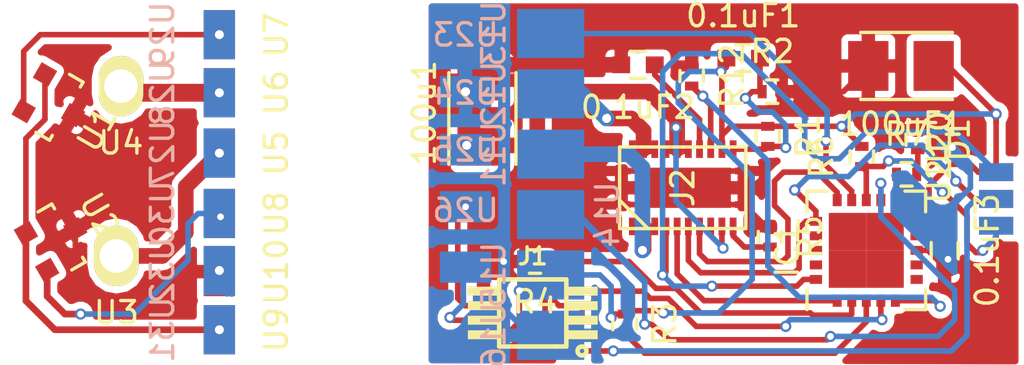
<source format=kicad_pcb>
(kicad_pcb (version 4) (host pcbnew 4.0.2-stable)

  (general
    (links 87)
    (no_connects 6)
    (area 89.500521 130.269237 140.515 148.598809)
    (thickness 1.6)
    (drawings 23)
    (tracks 440)
    (zones 0)
    (modules 49)
    (nets 24)
  )

  (page A4)
  (layers
    (0 F.Cu signal)
    (31 B.Cu signal)
    (32 B.Adhes user)
    (33 F.Adhes user)
    (34 B.Paste user)
    (35 F.Paste user)
    (36 B.SilkS user)
    (37 F.SilkS user)
    (38 B.Mask user)
    (39 F.Mask user)
    (40 Dwgs.User user)
    (41 Cmts.User user hide)
    (42 Eco1.User user)
    (43 Eco2.User user)
    (44 Edge.Cuts user)
    (45 Margin user)
    (46 B.CrtYd user)
    (47 F.CrtYd user)
    (48 B.Fab user)
    (49 F.Fab user)
  )

  (setup
    (last_trace_width 0.25)
    (user_trace_width 0.2)
    (user_trace_width 0.3)
    (user_trace_width 0.4)
    (user_trace_width 0.5)
    (user_trace_width 0.7)
    (user_trace_width 0.8)
    (trace_clearance 0.2)
    (zone_clearance 0.3)
    (zone_45_only no)
    (trace_min 0.2)
    (segment_width 0.2)
    (edge_width 0.1)
    (via_size 0.35)
    (via_drill 0.25)
    (via_min_size 0.3)
    (via_min_drill 0.2)
    (user_via 0.4 0.3)
    (user_via 0.5 0.3)
    (user_via 0.7 0.4)
    (uvia_size 0.3)
    (uvia_drill 0.1)
    (uvias_allowed no)
    (uvia_min_size 0.2)
    (uvia_min_drill 0.1)
    (pcb_text_width 0.3)
    (pcb_text_size 1.5 1.5)
    (mod_edge_width 0.15)
    (mod_text_size 1 1)
    (mod_text_width 0.15)
    (pad_size 1.5 1.5)
    (pad_drill 0.6)
    (pad_to_mask_clearance 0)
    (aux_axis_origin 0 0)
    (grid_origin 82 157.95)
    (visible_elements 7FFCFE19)
    (pcbplotparams
      (layerselection 0x00030_80000001)
      (usegerberextensions false)
      (excludeedgelayer true)
      (linewidth 0.100000)
      (plotframeref false)
      (viasonmask false)
      (mode 1)
      (useauxorigin false)
      (hpglpennumber 1)
      (hpglpenspeed 20)
      (hpglpendiameter 15)
      (hpglpenoverlay 2)
      (psnegative false)
      (psa4output false)
      (plotreference true)
      (plotvalue true)
      (plotinvisibletext false)
      (padsonsilk false)
      (subtractmaskfromsilk false)
      (outputformat 1)
      (mirror false)
      (drillshape 1)
      (scaleselection 1)
      (outputdirectory ""))
  )

  (net 0 "")
  (net 1 +3V3)
  (net 2 "Net-(0.1uF1-Pad2)")
  (net 3 "Net-(0.1uF2-Pad1)")
  (net 4 GND)
  (net 5 VMOT)
  (net 6 DIR)
  (net 7 MCU_RXD0)
  (net 8 MCU_TXD0)
  (net 9 IN2H)
  (net 10 IN1L)
  (net 11 IN1H)
  (net 12 IN2L)
  (net 13 A)
  (net 14 B)
  (net 15 OUT1)
  (net 16 "Net-(J2-Pad11)")
  (net 17 OUT2)
  (net 18 "Net-(IC1-Pad11)")
  (net 19 HALL2)
  (net 20 HALL1)
  (net 21 "Net-(D1-Pad2)")
  (net 22 ADC)
  (net 23 RESET)

  (net_class Default "To jest domyślna klasa połączeń."
    (clearance 0.2)
    (trace_width 0.25)
    (via_dia 0.35)
    (via_drill 0.25)
    (uvia_dia 0.3)
    (uvia_drill 0.1)
    (add_net +3V3)
    (add_net A)
    (add_net ADC)
    (add_net B)
    (add_net DIR)
    (add_net GND)
    (add_net HALL1)
    (add_net HALL2)
    (add_net IN1H)
    (add_net IN1L)
    (add_net IN2H)
    (add_net IN2L)
    (add_net MCU_RXD0)
    (add_net MCU_TXD0)
    (add_net "Net-(0.1uF1-Pad2)")
    (add_net "Net-(0.1uF2-Pad1)")
    (add_net "Net-(D1-Pad2)")
    (add_net "Net-(IC1-Pad11)")
    (add_net "Net-(J2-Pad11)")
    (add_net OUT1)
    (add_net OUT2)
    (add_net RESET)
    (add_net VMOT)
  )

  (net_class one ""
    (clearance 0.2)
    (trace_width 0.5)
    (via_dia 0.6)
    (via_drill 0.35)
    (uvia_dia 0.3)
    (uvia_drill 0.1)
  )

  (module SN65HVD3082EDGK:VSSOP8_P0.65mm_W3mm (layer F.Cu) (tedit 0) (tstamp 56ED96ED)
    (at 116.3 145.6 180)
    (path /56E9E20E)
    (solder_mask_margin 0.0762)
    (solder_paste_margin -0.0254)
    (attr smd)
    (fp_text reference J1 (at 0 2.54 180) (layer F.SilkS)
      (effects (font (size 0.762 0.762) (thickness 0.1524)))
    )
    (fp_text value SN65HVD3082EDGK (at 0 0 180) (layer F.SilkS) hide
      (effects (font (size 0.762 0.762) (thickness 0.1524)))
    )
    (fp_circle (center -2.2 -1.7) (end -2.2 -1.5) (layer F.SilkS) (width 0.2032))
    (fp_line (start -1 -1.5) (end -1.5 -1.5) (layer F.SilkS) (width 0.2032))
    (fp_line (start -1.5 -1.5) (end -1.5 -1) (layer F.SilkS) (width 0.2032))
    (fp_line (start -1 -1.5) (end 1.5 -1.5) (layer F.SilkS) (width 0.2032))
    (fp_line (start -1.5 -1) (end -1.5 1.5) (layer F.SilkS) (width 0.2032))
    (fp_line (start -1.5 1.5) (end 1.5 1.5) (layer F.SilkS) (width 0.2032))
    (fp_line (start 1.5 1.5) (end 1.5 -1.5) (layer F.SilkS) (width 0.2032))
    (pad 1 smd rect (at -2.2 -0.975 180) (size 1.4 0.4) (layers F.Cu F.Paste F.SilkS F.Mask)
      (net 7 MCU_RXD0))
    (pad 2 smd rect (at -2.2 -0.325 180) (size 1.4 0.4) (layers F.Cu F.Paste F.SilkS F.Mask)
      (net 6 DIR))
    (pad 3 smd rect (at -2.2 0.325 180) (size 1.4 0.4) (layers F.Cu F.Paste F.SilkS F.Mask)
      (net 6 DIR))
    (pad 4 smd rect (at -2.2 0.975 180) (size 1.4 0.4) (layers F.Cu F.Paste F.SilkS F.Mask)
      (net 8 MCU_TXD0))
    (pad 5 smd rect (at 2.2 0.975 180) (size 1.4 0.4) (layers F.Cu F.Paste F.SilkS F.Mask)
      (net 4 GND))
    (pad 6 smd rect (at 2.2 0.325 180) (size 1.4 0.4) (layers F.Cu F.Paste F.SilkS F.Mask)
      (net 13 A))
    (pad 7 smd rect (at 2.2 -0.325 180) (size 1.4 0.4) (layers F.Cu F.Paste F.SilkS F.Mask)
      (net 14 B))
    (pad 8 smd rect (at 2.2 -0.975 180) (size 1.4 0.4) (layers F.Cu F.Paste F.SilkS F.Mask)
      (net 1 +3V3))
  )

  (module Resistors_SMD:R_0402 (layer F.Cu) (tedit 5415CBB8) (tstamp 56ED973A)
    (at 127 135.7)
    (descr "Resistor SMD 0402, reflow soldering, Vishay (see dcrcw.pdf)")
    (tags "resistor 0402")
    (path /56E9A5B2)
    (attr smd)
    (fp_text reference R2 (at 0 -1.8) (layer F.SilkS)
      (effects (font (size 1 1) (thickness 0.15)))
    )
    (fp_text value 40.2K (at 0 1.8) (layer F.Fab)
      (effects (font (size 1 1) (thickness 0.15)))
    )
    (fp_line (start -0.95 -0.65) (end 0.95 -0.65) (layer F.CrtYd) (width 0.05))
    (fp_line (start -0.95 0.65) (end 0.95 0.65) (layer F.CrtYd) (width 0.05))
    (fp_line (start -0.95 -0.65) (end -0.95 0.65) (layer F.CrtYd) (width 0.05))
    (fp_line (start 0.95 -0.65) (end 0.95 0.65) (layer F.CrtYd) (width 0.05))
    (fp_line (start 0.25 -0.525) (end -0.25 -0.525) (layer F.SilkS) (width 0.15))
    (fp_line (start -0.25 0.525) (end 0.25 0.525) (layer F.SilkS) (width 0.15))
    (pad 1 smd rect (at -0.45 0) (size 0.4 0.6) (layers F.Cu F.Paste F.Mask)
      (net 2 "Net-(0.1uF1-Pad2)"))
    (pad 2 smd rect (at 0.45 0) (size 0.4 0.6) (layers F.Cu F.Paste F.Mask)
      (net 4 GND))
    (model Resistors_SMD.3dshapes/R_0402.wrl
      (at (xyz 0 0 0))
      (scale (xyz 1 1 1))
      (rotate (xyz 0 0 0))
    )
  )

  (module Capacitors_SMD:C_0603 (layer F.Cu) (tedit 5415D631) (tstamp 56ED9685)
    (at 121 134.5 180)
    (descr "Capacitor SMD 0603, reflow soldering, AVX (see smccp.pdf)")
    (tags "capacitor 0603")
    (path /56E9D608)
    (attr smd)
    (fp_text reference 0.1uF2 (at 0 -1.9 180) (layer F.SilkS)
      (effects (font (size 1 1) (thickness 0.15)))
    )
    (fp_text value C (at 0 1.9 180) (layer F.Fab)
      (effects (font (size 1 1) (thickness 0.15)))
    )
    (fp_line (start -1.45 -0.75) (end 1.45 -0.75) (layer F.CrtYd) (width 0.05))
    (fp_line (start -1.45 0.75) (end 1.45 0.75) (layer F.CrtYd) (width 0.05))
    (fp_line (start -1.45 -0.75) (end -1.45 0.75) (layer F.CrtYd) (width 0.05))
    (fp_line (start 1.45 -0.75) (end 1.45 0.75) (layer F.CrtYd) (width 0.05))
    (fp_line (start -0.35 -0.6) (end 0.35 -0.6) (layer F.SilkS) (width 0.15))
    (fp_line (start 0.35 0.6) (end -0.35 0.6) (layer F.SilkS) (width 0.15))
    (pad 1 smd rect (at -0.75 0 180) (size 0.8 0.75) (layers F.Cu F.Paste F.Mask)
      (net 3 "Net-(0.1uF2-Pad1)"))
    (pad 2 smd rect (at 0.75 0 180) (size 0.8 0.75) (layers F.Cu F.Paste F.Mask)
      (net 4 GND))
    (model Capacitors_SMD.3dshapes/C_0603.wrl
      (at (xyz 0 0 0))
      (scale (xyz 1 1 1))
      (rotate (xyz 0 0 0))
    )
  )

  (module Resistors_SMD:R_0402 (layer F.Cu) (tedit 5415CBB8) (tstamp 56ED976A)
    (at 131 138.6 90)
    (descr "Resistor SMD 0402, reflow soldering, Vishay (see dcrcw.pdf)")
    (tags "resistor 0402")
    (path /56EA4D46)
    (attr smd)
    (fp_text reference R6 (at 0 -1.8 90) (layer F.SilkS)
      (effects (font (size 1 1) (thickness 0.15)))
    )
    (fp_text value 10K (at 0 1.8 90) (layer F.Fab)
      (effects (font (size 1 1) (thickness 0.15)))
    )
    (fp_line (start -0.95 -0.65) (end 0.95 -0.65) (layer F.CrtYd) (width 0.05))
    (fp_line (start -0.95 0.65) (end 0.95 0.65) (layer F.CrtYd) (width 0.05))
    (fp_line (start -0.95 -0.65) (end -0.95 0.65) (layer F.CrtYd) (width 0.05))
    (fp_line (start 0.95 -0.65) (end 0.95 0.65) (layer F.CrtYd) (width 0.05))
    (fp_line (start 0.25 -0.525) (end -0.25 -0.525) (layer F.SilkS) (width 0.15))
    (fp_line (start -0.25 0.525) (end 0.25 0.525) (layer F.SilkS) (width 0.15))
    (pad 1 smd rect (at -0.45 0 90) (size 0.4 0.6) (layers F.Cu F.Paste F.Mask)
      (net 23 RESET))
    (pad 2 smd rect (at 0.45 0 90) (size 0.4 0.6) (layers F.Cu F.Paste F.Mask)
      (net 1 +3V3))
    (model Resistors_SMD.3dshapes/R_0402.wrl
      (at (xyz 0 0 0))
      (scale (xyz 1 1 1))
      (rotate (xyz 0 0 0))
    )
  )

  (module Capacitors_SMD:C_0603 (layer F.Cu) (tedit 5415D631) (tstamp 56ED9679)
    (at 125.7 134.2)
    (descr "Capacitor SMD 0603, reflow soldering, AVX (see smccp.pdf)")
    (tags "capacitor 0603")
    (path /56E9A2E3)
    (attr smd)
    (fp_text reference 0.1uF1 (at 0 -1.9) (layer F.SilkS)
      (effects (font (size 1 1) (thickness 0.15)))
    )
    (fp_text value C (at 0 1.9) (layer F.Fab)
      (effects (font (size 1 1) (thickness 0.15)))
    )
    (fp_line (start -1.45 -0.75) (end 1.45 -0.75) (layer F.CrtYd) (width 0.05))
    (fp_line (start -1.45 0.75) (end 1.45 0.75) (layer F.CrtYd) (width 0.05))
    (fp_line (start -1.45 -0.75) (end -1.45 0.75) (layer F.CrtYd) (width 0.05))
    (fp_line (start 1.45 -0.75) (end 1.45 0.75) (layer F.CrtYd) (width 0.05))
    (fp_line (start -0.35 -0.6) (end 0.35 -0.6) (layer F.SilkS) (width 0.15))
    (fp_line (start 0.35 0.6) (end -0.35 0.6) (layer F.SilkS) (width 0.15))
    (pad 1 smd rect (at -0.75 0) (size 0.8 0.75) (layers F.Cu F.Paste F.Mask)
      (net 1 +3V3))
    (pad 2 smd rect (at 0.75 0) (size 0.8 0.75) (layers F.Cu F.Paste F.Mask)
      (net 2 "Net-(0.1uF1-Pad2)"))
    (model Capacitors_SMD.3dshapes/C_0603.wrl
      (at (xyz 0 0 0))
      (scale (xyz 1 1 1))
      (rotate (xyz 0 0 0))
    )
  )

  (module Resistors_SMD:R_0402 (layer F.Cu) (tedit 5415CBB8) (tstamp 56ED972E)
    (at 126.8 137.7 270)
    (descr "Resistor SMD 0402, reflow soldering, Vishay (see dcrcw.pdf)")
    (tags "resistor 0402")
    (path /56E9A231)
    (attr smd)
    (fp_text reference R1 (at 0 -1.8 270) (layer F.SilkS)
      (effects (font (size 1 1) (thickness 0.15)))
    )
    (fp_text value 127K (at 0 1.8 270) (layer F.Fab)
      (effects (font (size 1 1) (thickness 0.15)))
    )
    (fp_line (start -0.95 -0.65) (end 0.95 -0.65) (layer F.CrtYd) (width 0.05))
    (fp_line (start -0.95 0.65) (end 0.95 0.65) (layer F.CrtYd) (width 0.05))
    (fp_line (start -0.95 -0.65) (end -0.95 0.65) (layer F.CrtYd) (width 0.05))
    (fp_line (start 0.95 -0.65) (end 0.95 0.65) (layer F.CrtYd) (width 0.05))
    (fp_line (start 0.25 -0.525) (end -0.25 -0.525) (layer F.SilkS) (width 0.15))
    (fp_line (start -0.25 0.525) (end 0.25 0.525) (layer F.SilkS) (width 0.15))
    (pad 1 smd rect (at -0.45 0 270) (size 0.4 0.6) (layers F.Cu F.Paste F.Mask)
      (net 1 +3V3))
    (pad 2 smd rect (at 0.45 0 270) (size 0.4 0.6) (layers F.Cu F.Paste F.Mask)
      (net 2 "Net-(0.1uF1-Pad2)"))
    (model Resistors_SMD.3dshapes/R_0402.wrl
      (at (xyz 0 0 0))
      (scale (xyz 1 1 1))
      (rotate (xyz 0 0 0))
    )
  )

  (module Resistors_SMD:R_0402 (layer F.Cu) (tedit 5415CBB8) (tstamp 56ED9746)
    (at 120.4 146.1 270)
    (descr "Resistor SMD 0402, reflow soldering, Vishay (see dcrcw.pdf)")
    (tags "resistor 0402")
    (path /56EA4030)
    (attr smd)
    (fp_text reference R3 (at 0 -1.8 270) (layer F.SilkS)
      (effects (font (size 1 1) (thickness 0.15)))
    )
    (fp_text value 10K (at 0 1.8 270) (layer F.Fab)
      (effects (font (size 1 1) (thickness 0.15)))
    )
    (fp_line (start -0.95 -0.65) (end 0.95 -0.65) (layer F.CrtYd) (width 0.05))
    (fp_line (start -0.95 0.65) (end 0.95 0.65) (layer F.CrtYd) (width 0.05))
    (fp_line (start -0.95 -0.65) (end -0.95 0.65) (layer F.CrtYd) (width 0.05))
    (fp_line (start 0.95 -0.65) (end 0.95 0.65) (layer F.CrtYd) (width 0.05))
    (fp_line (start 0.25 -0.525) (end -0.25 -0.525) (layer F.SilkS) (width 0.15))
    (fp_line (start -0.25 0.525) (end 0.25 0.525) (layer F.SilkS) (width 0.15))
    (pad 1 smd rect (at -0.45 0 270) (size 0.4 0.6) (layers F.Cu F.Paste F.Mask)
      (net 1 +3V3))
    (pad 2 smd rect (at 0.45 0 270) (size 0.4 0.6) (layers F.Cu F.Paste F.Mask)
      (net 7 MCU_RXD0))
    (model Resistors_SMD.3dshapes/R_0402.wrl
      (at (xyz 0 0 0))
      (scale (xyz 1 1 1))
      (rotate (xyz 0 0 0))
    )
  )

  (module Resistors_SMD:R_0402 (layer F.Cu) (tedit 5415CBB8) (tstamp 56ED9752)
    (at 116.4 143.3 180)
    (descr "Resistor SMD 0402, reflow soldering, Vishay (see dcrcw.pdf)")
    (tags "resistor 0402")
    (path /56EA332A)
    (attr smd)
    (fp_text reference R4 (at 0 -1.8 180) (layer F.SilkS)
      (effects (font (size 1 1) (thickness 0.15)))
    )
    (fp_text value 10K (at 0 1.8 180) (layer F.Fab)
      (effects (font (size 1 1) (thickness 0.15)))
    )
    (fp_line (start -0.95 -0.65) (end 0.95 -0.65) (layer F.CrtYd) (width 0.05))
    (fp_line (start -0.95 0.65) (end 0.95 0.65) (layer F.CrtYd) (width 0.05))
    (fp_line (start -0.95 -0.65) (end -0.95 0.65) (layer F.CrtYd) (width 0.05))
    (fp_line (start 0.95 -0.65) (end 0.95 0.65) (layer F.CrtYd) (width 0.05))
    (fp_line (start 0.25 -0.525) (end -0.25 -0.525) (layer F.SilkS) (width 0.15))
    (fp_line (start -0.25 0.525) (end 0.25 0.525) (layer F.SilkS) (width 0.15))
    (pad 1 smd rect (at -0.45 0 180) (size 0.4 0.6) (layers F.Cu F.Paste F.Mask)
      (net 6 DIR))
    (pad 2 smd rect (at 0.45 0 180) (size 0.4 0.6) (layers F.Cu F.Paste F.Mask)
      (net 4 GND))
    (model Resistors_SMD.3dshapes/R_0402.wrl
      (at (xyz 0 0 0))
      (scale (xyz 1 1 1))
      (rotate (xyz 0 0 0))
    )
  )

  (module Resistors_SMD:R_0402 (layer F.Cu) (tedit 5415CBB8) (tstamp 56ED975E)
    (at 126.9 142.2 270)
    (descr "Resistor SMD 0402, reflow soldering, Vishay (see dcrcw.pdf)")
    (tags "resistor 0402")
    (path /56E9C558)
    (attr smd)
    (fp_text reference R5 (at 0 -1.8 270) (layer F.SilkS)
      (effects (font (size 1 1) (thickness 0.15)))
    )
    (fp_text value 2.4K (at 0 1.8 270) (layer F.Fab)
      (effects (font (size 1 1) (thickness 0.15)))
    )
    (fp_line (start -0.95 -0.65) (end 0.95 -0.65) (layer F.CrtYd) (width 0.05))
    (fp_line (start -0.95 0.65) (end 0.95 0.65) (layer F.CrtYd) (width 0.05))
    (fp_line (start -0.95 -0.65) (end -0.95 0.65) (layer F.CrtYd) (width 0.05))
    (fp_line (start 0.95 -0.65) (end 0.95 0.65) (layer F.CrtYd) (width 0.05))
    (fp_line (start 0.25 -0.525) (end -0.25 -0.525) (layer F.SilkS) (width 0.15))
    (fp_line (start -0.25 0.525) (end 0.25 0.525) (layer F.SilkS) (width 0.15))
    (pad 1 smd rect (at -0.45 0 270) (size 0.4 0.6) (layers F.Cu F.Paste F.Mask)
      (net 4 GND))
    (pad 2 smd rect (at 0.45 0 270) (size 0.4 0.6) (layers F.Cu F.Paste F.Mask)
      (net 16 "Net-(J2-Pad11)"))
    (model Resistors_SMD.3dshapes/R_0402.wrl
      (at (xyz 0 0 0))
      (scale (xyz 1 1 1))
      (rotate (xyz 0 0 0))
    )
  )

  (module Housings_DFN_QFN:QFN-20-1EP_5x5mm_Pitch0.65mm (layer F.Cu) (tedit 54130A77) (tstamp 56ED96DA)
    (at 131.2 142.8 90)
    (descr "20-Lead Plastic Quad Flat, No Lead Package (MQ) - 5x5x0.9 mm Body [QFN]; (see Microchip Packaging Specification 00000049BS.pdf)")
    (tags "QFN 0.65")
    (path /56E9859A)
    (attr smd)
    (fp_text reference IC1 (at 0 -3.525 90) (layer F.SilkS)
      (effects (font (size 1 1) (thickness 0.15)))
    )
    (fp_text value ATTINY841-MU (at 0 3.525 90) (layer F.Fab)
      (effects (font (size 1 1) (thickness 0.15)))
    )
    (fp_line (start -2.8 -2.8) (end -2.8 2.8) (layer F.CrtYd) (width 0.05))
    (fp_line (start 2.8 -2.8) (end 2.8 2.8) (layer F.CrtYd) (width 0.05))
    (fp_line (start -2.8 -2.8) (end 2.8 -2.8) (layer F.CrtYd) (width 0.05))
    (fp_line (start -2.8 2.8) (end 2.8 2.8) (layer F.CrtYd) (width 0.05))
    (fp_line (start 2.65 -2.65) (end 2.65 -1.725) (layer F.SilkS) (width 0.15))
    (fp_line (start -2.65 2.65) (end -2.65 1.725) (layer F.SilkS) (width 0.15))
    (fp_line (start 2.65 2.65) (end 2.65 1.725) (layer F.SilkS) (width 0.15))
    (fp_line (start -2.65 -2.65) (end -1.725 -2.65) (layer F.SilkS) (width 0.15))
    (fp_line (start -2.65 2.65) (end -1.725 2.65) (layer F.SilkS) (width 0.15))
    (fp_line (start 2.65 2.65) (end 1.725 2.65) (layer F.SilkS) (width 0.15))
    (fp_line (start 2.65 -2.65) (end 1.725 -2.65) (layer F.SilkS) (width 0.15))
    (pad 1 smd rect (at -2.25 -1.3 90) (size 0.55 0.4) (layers F.Cu F.Paste F.Mask)
      (net 10 IN1L))
    (pad 2 smd rect (at -2.25 -0.65 90) (size 0.55 0.4) (layers F.Cu F.Paste F.Mask)
      (net 6 DIR))
    (pad 3 smd rect (at -2.25 0 90) (size 0.55 0.4) (layers F.Cu F.Paste F.Mask)
      (net 7 MCU_RXD0))
    (pad 4 smd rect (at -2.25 0.65 90) (size 0.55 0.4) (layers F.Cu F.Paste F.Mask)
      (net 8 MCU_TXD0))
    (pad 5 smd rect (at -2.25 1.3 90) (size 0.55 0.4) (layers F.Cu F.Paste F.Mask)
      (net 22 ADC))
    (pad 6 smd rect (at -1.3 2.25 180) (size 0.55 0.4) (layers F.Cu F.Paste F.Mask))
    (pad 7 smd rect (at -0.65 2.25 180) (size 0.55 0.4) (layers F.Cu F.Paste F.Mask))
    (pad 8 smd rect (at 0 2.25 180) (size 0.55 0.4) (layers F.Cu F.Paste F.Mask)
      (net 4 GND))
    (pad 9 smd rect (at 0.65 2.25 180) (size 0.55 0.4) (layers F.Cu F.Paste F.Mask)
      (net 1 +3V3))
    (pad 10 smd rect (at 1.3 2.25 180) (size 0.55 0.4) (layers F.Cu F.Paste F.Mask))
    (pad 11 smd rect (at 2.25 1.3 90) (size 0.55 0.4) (layers F.Cu F.Paste F.Mask)
      (net 18 "Net-(IC1-Pad11)"))
    (pad 12 smd rect (at 2.25 0.65 90) (size 0.55 0.4) (layers F.Cu F.Paste F.Mask)
      (net 19 HALL2))
    (pad 13 smd rect (at 2.25 0 90) (size 0.55 0.4) (layers F.Cu F.Paste F.Mask)
      (net 23 RESET))
    (pad 14 smd rect (at 2.25 -0.65 90) (size 0.55 0.4) (layers F.Cu F.Paste F.Mask)
      (net 20 HALL1))
    (pad 15 smd rect (at 2.25 -1.3 90) (size 0.55 0.4) (layers F.Cu F.Paste F.Mask)
      (net 12 IN2L))
    (pad 16 smd rect (at 1.3 -2.25 180) (size 0.55 0.4) (layers F.Cu F.Paste F.Mask)
      (net 9 IN2H))
    (pad 17 smd rect (at 0.65 -2.25 180) (size 0.55 0.4) (layers F.Cu F.Paste F.Mask))
    (pad 18 smd rect (at 0 -2.25 180) (size 0.55 0.4) (layers F.Cu F.Paste F.Mask))
    (pad 19 smd rect (at -0.65 -2.25 180) (size 0.55 0.4) (layers F.Cu F.Paste F.Mask))
    (pad 20 smd rect (at -1.3 -2.25 180) (size 0.55 0.4) (layers F.Cu F.Paste F.Mask)
      (net 11 IN1H))
    (pad 21 smd rect (at 0.8375 0.8375 90) (size 1.675 1.675) (layers F.Cu F.Paste F.Mask)
      (solder_paste_margin_ratio -0.2))
    (pad 21 smd rect (at 0.8375 -0.8375 90) (size 1.675 1.675) (layers F.Cu F.Paste F.Mask)
      (solder_paste_margin_ratio -0.2))
    (pad 21 smd rect (at -0.8375 0.8375 90) (size 1.675 1.675) (layers F.Cu F.Paste F.Mask)
      (solder_paste_margin_ratio -0.2))
    (pad 21 smd rect (at -0.8375 -0.8375 90) (size 1.675 1.675) (layers F.Cu F.Paste F.Mask)
      (solder_paste_margin_ratio -0.2))
    (model Housings_DFN_QFN.3dshapes/QFN-20-1EP_5x5mm_Pitch0.65mm.wrl
      (at (xyz 0 0 0))
      (scale (xyz 1 1 1))
      (rotate (xyz 0 0 0))
    )
  )

  (module TO_SOT_Packages_SMD:SOT-23 (layer F.Cu) (tedit 553634F8) (tstamp 56EDAC96)
    (at 94.9 136.25 240)
    (descr "SOT-23, Standard")
    (tags SOT-23)
    (path /56EDAC90)
    (attr smd)
    (fp_text reference U1 (at 0 -2.25 240) (layer F.SilkS)
      (effects (font (size 1 1) (thickness 0.15)))
    )
    (fp_text value TLE4946-2K (at 0 2.3 240) (layer F.Fab)
      (effects (font (size 1 1) (thickness 0.15)))
    )
    (fp_line (start -1.65 -1.6) (end 1.65 -1.6) (layer F.CrtYd) (width 0.05))
    (fp_line (start 1.65 -1.6) (end 1.65 1.6) (layer F.CrtYd) (width 0.05))
    (fp_line (start 1.65 1.6) (end -1.65 1.6) (layer F.CrtYd) (width 0.05))
    (fp_line (start -1.65 1.6) (end -1.65 -1.6) (layer F.CrtYd) (width 0.05))
    (fp_line (start 1.29916 -0.65024) (end 1.2509 -0.65024) (layer F.SilkS) (width 0.15))
    (fp_line (start -1.49982 0.0508) (end -1.49982 -0.65024) (layer F.SilkS) (width 0.15))
    (fp_line (start -1.49982 -0.65024) (end -1.2509 -0.65024) (layer F.SilkS) (width 0.15))
    (fp_line (start 1.29916 -0.65024) (end 1.49982 -0.65024) (layer F.SilkS) (width 0.15))
    (fp_line (start 1.49982 -0.65024) (end 1.49982 0.0508) (layer F.SilkS) (width 0.15))
    (pad 1 smd rect (at -0.95 1.00076 240) (size 0.8001 0.8001) (layers F.Cu F.Paste F.Mask)
      (net 1 +3V3))
    (pad 2 smd rect (at 0.95 1.00076 240) (size 0.8001 0.8001) (layers F.Cu F.Paste F.Mask)
      (net 20 HALL1))
    (pad 3 smd rect (at 0 -0.99822 240) (size 0.8001 0.8001) (layers F.Cu F.Paste F.Mask)
      (net 4 GND))
    (model TO_SOT_Packages_SMD.3dshapes/SOT-23.wrl
      (at (xyz 0 0 0))
      (scale (xyz 1 1 1))
      (rotate (xyz 0 0 0))
    )
  )

  (module TO_SOT_Packages_SMD:SOT-23 (layer F.Cu) (tedit 553634F8) (tstamp 56EDAD87)
    (at 95 142.35 300)
    (descr "SOT-23, Standard")
    (tags SOT-23)
    (path /56EDAD7D)
    (attr smd)
    (fp_text reference U2 (at 0 -2.25 300) (layer F.SilkS)
      (effects (font (size 1 1) (thickness 0.15)))
    )
    (fp_text value TLE4946-2K (at 0 2.3 300) (layer F.Fab)
      (effects (font (size 1 1) (thickness 0.15)))
    )
    (fp_line (start -1.65 -1.6) (end 1.65 -1.6) (layer F.CrtYd) (width 0.05))
    (fp_line (start 1.65 -1.6) (end 1.65 1.6) (layer F.CrtYd) (width 0.05))
    (fp_line (start 1.65 1.6) (end -1.65 1.6) (layer F.CrtYd) (width 0.05))
    (fp_line (start -1.65 1.6) (end -1.65 -1.6) (layer F.CrtYd) (width 0.05))
    (fp_line (start 1.29916 -0.65024) (end 1.2509 -0.65024) (layer F.SilkS) (width 0.15))
    (fp_line (start -1.49982 0.0508) (end -1.49982 -0.65024) (layer F.SilkS) (width 0.15))
    (fp_line (start -1.49982 -0.65024) (end -1.2509 -0.65024) (layer F.SilkS) (width 0.15))
    (fp_line (start 1.29916 -0.65024) (end 1.49982 -0.65024) (layer F.SilkS) (width 0.15))
    (fp_line (start 1.49982 -0.65024) (end 1.49982 0.0508) (layer F.SilkS) (width 0.15))
    (pad 1 smd rect (at -0.95 1.00076 300) (size 0.8001 0.8001) (layers F.Cu F.Paste F.Mask)
      (net 1 +3V3))
    (pad 2 smd rect (at 0.95 1.00076 300) (size 0.8001 0.8001) (layers F.Cu F.Paste F.Mask)
      (net 19 HALL2))
    (pad 3 smd rect (at 0 -0.99822 300) (size 0.8001 0.8001) (layers F.Cu F.Paste F.Mask)
      (net 4 GND))
    (model TO_SOT_Packages_SMD.3dshapes/SOT-23.wrl
      (at (xyz 0 0 0))
      (scale (xyz 1 1 1))
      (rotate (xyz 0 0 0))
    )
  )

  (module Resistors_SMD:R_0402 (layer F.Cu) (tedit 5415CBB8) (tstamp 56EDB016)
    (at 133.5 137.85 270)
    (descr "Resistor SMD 0402, reflow soldering, Vishay (see dcrcw.pdf)")
    (tags "resistor 0402")
    (path /56EE0F47)
    (attr smd)
    (fp_text reference D1 (at 0 -1.8 270) (layer F.SilkS)
      (effects (font (size 1 1) (thickness 0.15)))
    )
    (fp_text value LED (at 0 1.8 270) (layer F.Fab)
      (effects (font (size 1 1) (thickness 0.15)))
    )
    (fp_line (start -0.95 -0.65) (end 0.95 -0.65) (layer F.CrtYd) (width 0.05))
    (fp_line (start -0.95 0.65) (end 0.95 0.65) (layer F.CrtYd) (width 0.05))
    (fp_line (start -0.95 -0.65) (end -0.95 0.65) (layer F.CrtYd) (width 0.05))
    (fp_line (start 0.95 -0.65) (end 0.95 0.65) (layer F.CrtYd) (width 0.05))
    (fp_line (start 0.25 -0.525) (end -0.25 -0.525) (layer F.SilkS) (width 0.15))
    (fp_line (start -0.25 0.525) (end 0.25 0.525) (layer F.SilkS) (width 0.15))
    (pad 1 smd rect (at -0.45 0 270) (size 0.4 0.6) (layers F.Cu F.Paste F.Mask)
      (net 4 GND))
    (pad 2 smd rect (at 0.45 0 270) (size 0.4 0.6) (layers F.Cu F.Paste F.Mask)
      (net 21 "Net-(D1-Pad2)"))
    (model Resistors_SMD.3dshapes/R_0402.wrl
      (at (xyz 0 0 0))
      (scale (xyz 1 1 1))
      (rotate (xyz 0 0 0))
    )
  )

  (module Resistors_SMD:R_0402 (layer F.Cu) (tedit 5415CBB8) (tstamp 56EDB022)
    (at 133 139.4)
    (descr "Resistor SMD 0402, reflow soldering, Vishay (see dcrcw.pdf)")
    (tags "resistor 0402")
    (path /56EE0EF1)
    (attr smd)
    (fp_text reference R7 (at 0 -1.8) (layer F.SilkS)
      (effects (font (size 1 1) (thickness 0.15)))
    )
    (fp_text value 220R (at 0 1.8) (layer F.Fab)
      (effects (font (size 1 1) (thickness 0.15)))
    )
    (fp_line (start -0.95 -0.65) (end 0.95 -0.65) (layer F.CrtYd) (width 0.05))
    (fp_line (start -0.95 0.65) (end 0.95 0.65) (layer F.CrtYd) (width 0.05))
    (fp_line (start -0.95 -0.65) (end -0.95 0.65) (layer F.CrtYd) (width 0.05))
    (fp_line (start 0.95 -0.65) (end 0.95 0.65) (layer F.CrtYd) (width 0.05))
    (fp_line (start 0.25 -0.525) (end -0.25 -0.525) (layer F.SilkS) (width 0.15))
    (fp_line (start -0.25 0.525) (end 0.25 0.525) (layer F.SilkS) (width 0.15))
    (pad 1 smd rect (at -0.45 0) (size 0.4 0.6) (layers F.Cu F.Paste F.Mask)
      (net 18 "Net-(IC1-Pad11)"))
    (pad 2 smd rect (at 0.45 0) (size 0.4 0.6) (layers F.Cu F.Paste F.Mask)
      (net 21 "Net-(D1-Pad2)"))
    (model Resistors_SMD.3dshapes/R_0402.wrl
      (at (xyz 0 0 0))
      (scale (xyz 1 1 1))
      (rotate (xyz 0 0 0))
    )
  )

  (module Capacitors_SMD:C_0603 (layer F.Cu) (tedit 5415D631) (tstamp 56EDDA50)
    (at 134.7 142.8 270)
    (descr "Capacitor SMD 0603, reflow soldering, AVX (see smccp.pdf)")
    (tags "capacitor 0603")
    (path /56EE284A)
    (attr smd)
    (fp_text reference 0.1uF3 (at 0 -1.9 270) (layer F.SilkS)
      (effects (font (size 1 1) (thickness 0.15)))
    )
    (fp_text value C (at 0 1.9 270) (layer F.Fab)
      (effects (font (size 1 1) (thickness 0.15)))
    )
    (fp_line (start -1.45 -0.75) (end 1.45 -0.75) (layer F.CrtYd) (width 0.05))
    (fp_line (start -1.45 0.75) (end 1.45 0.75) (layer F.CrtYd) (width 0.05))
    (fp_line (start -1.45 -0.75) (end -1.45 0.75) (layer F.CrtYd) (width 0.05))
    (fp_line (start 1.45 -0.75) (end 1.45 0.75) (layer F.CrtYd) (width 0.05))
    (fp_line (start -0.35 -0.6) (end 0.35 -0.6) (layer F.SilkS) (width 0.15))
    (fp_line (start 0.35 0.6) (end -0.35 0.6) (layer F.SilkS) (width 0.15))
    (pad 1 smd rect (at -0.75 0 270) (size 0.8 0.75) (layers F.Cu F.Paste F.Mask)
      (net 1 +3V3))
    (pad 2 smd rect (at 0.75 0 270) (size 0.8 0.75) (layers F.Cu F.Paste F.Mask)
      (net 4 GND))
    (model Capacitors_SMD.3dshapes/C_0603.wrl
      (at (xyz 0 0 0))
      (scale (xyz 1 1 1))
      (rotate (xyz 0 0 0))
    )
  )

  (module pad_round:pad_round (layer F.Cu) (tedit 56EF13B1) (tstamp 56EF1853)
    (at 97.7 143.05)
    (path /56EF3BBC)
    (fp_text reference U3 (at 0 2.54) (layer F.SilkS)
      (effects (font (size 1 1) (thickness 0.15)))
    )
    (fp_text value pad_round (at 0 -2.54) (layer F.Fab)
      (effects (font (size 1 1) (thickness 0.15)))
    )
    (pad 1 thru_hole oval (at 0 0) (size 2 2.7) (drill 1.5) (layers *.Cu *.Mask F.SilkS)
      (net 15 OUT1))
  )

  (module pad_round:pad_round (layer F.Cu) (tedit 56EF13B1) (tstamp 56EF1858)
    (at 97.9 135.45)
    (path /56EF3C44)
    (fp_text reference U4 (at 0 2.54) (layer F.SilkS)
      (effects (font (size 1 1) (thickness 0.15)))
    )
    (fp_text value pad_round (at 0 -2.54) (layer F.Fab)
      (effects (font (size 1 1) (thickness 0.15)))
    )
    (pad 1 thru_hole oval (at 0 0) (size 2 2.7) (drill 1.5) (layers *.Cu *.Mask F.SilkS)
      (net 17 OUT2))
  )

  (module pad_round:pad_square (layer B.Cu) (tedit 56EF1764) (tstamp 56EF1DF6)
    (at 117.1 138.5 90)
    (path /56EFC0B5)
    (fp_text reference U11 (at 0 -2.54 90) (layer B.SilkS)
      (effects (font (size 1 1) (thickness 0.15)) (justify mirror))
    )
    (fp_text value pad (at 0 2.54 90) (layer B.Fab)
      (effects (font (size 1 1) (thickness 0.15)) (justify mirror))
    )
    (pad 1 smd trapezoid (at 0 0 90) (size 2.2 3) (layers B.Cu B.Paste B.Mask)
      (net 15 OUT1))
  )

  (module pad_round:pad_square (layer B.Cu) (tedit 56EF1764) (tstamp 56EF1DFB)
    (at 117.1 135.8 90)
    (path /56EFC12C)
    (fp_text reference U12 (at 0 -2.54 90) (layer B.SilkS)
      (effects (font (size 1 1) (thickness 0.15)) (justify mirror))
    )
    (fp_text value pad (at 0 2.54 90) (layer B.Fab)
      (effects (font (size 1 1) (thickness 0.15)) (justify mirror))
    )
    (pad 1 smd trapezoid (at 0 0 90) (size 2.2 3) (layers B.Cu B.Paste B.Mask)
      (net 17 OUT2))
  )

  (module pad_round:pad_square (layer B.Cu) (tedit 56EF1764) (tstamp 56EF1E00)
    (at 117.1 133.1 90)
    (path /56EFC472)
    (fp_text reference U13 (at 0 -2.54 90) (layer B.SilkS)
      (effects (font (size 1 1) (thickness 0.15)) (justify mirror))
    )
    (fp_text value pad (at 0 2.54 90) (layer B.Fab)
      (effects (font (size 1 1) (thickness 0.15)) (justify mirror))
    )
    (pad 1 smd trapezoid (at 0 0 90) (size 2.2 3) (layers B.Cu B.Paste B.Mask)
      (net 20 HALL1))
  )

  (module pad_round:pad_square (layer B.Cu) (tedit 56EF1764) (tstamp 56EF1E05)
    (at 117.1 141.2 270)
    (path /56EFC4E9)
    (fp_text reference U14 (at 0 -2.54 270) (layer B.SilkS)
      (effects (font (size 1 1) (thickness 0.15)) (justify mirror))
    )
    (fp_text value pad (at 0 2.54 270) (layer B.Fab)
      (effects (font (size 1 1) (thickness 0.15)) (justify mirror))
    )
    (pad 1 smd trapezoid (at 0 0 270) (size 2.2 3) (layers B.Cu B.Paste B.Mask)
      (net 19 HALL2))
  )

  (module pad_round:pad_square (layer B.Cu) (tedit 56EF1764) (tstamp 56EF1E0A)
    (at 117.1 143.9 90)
    (path /56EFC567)
    (fp_text reference U15 (at 0 -2.54 90) (layer B.SilkS)
      (effects (font (size 1 1) (thickness 0.15)) (justify mirror))
    )
    (fp_text value pad (at 0 2.54 90) (layer B.Fab)
      (effects (font (size 1 1) (thickness 0.15)) (justify mirror))
    )
    (pad 1 smd trapezoid (at 0 0 90) (size 2.2 3) (layers B.Cu B.Paste B.Mask)
      (net 1 +3V3))
  )

  (module pad_round:pad_square (layer B.Cu) (tedit 56EF1764) (tstamp 56EF1E0F)
    (at 117.1 146.6 90)
    (path /56EFC5E8)
    (fp_text reference U16 (at 0 -2.54 90) (layer B.SilkS)
      (effects (font (size 1 1) (thickness 0.15)) (justify mirror))
    )
    (fp_text value pad (at 0 2.54 90) (layer B.Fab)
      (effects (font (size 1 1) (thickness 0.15)) (justify mirror))
    )
    (pad 1 smd trapezoid (at 0 0 90) (size 2.2 3) (layers B.Cu B.Paste B.Mask)
      (net 4 GND))
  )

  (module Resistors_SMD:R_0402 (layer F.Cu) (tedit 5415CBB8) (tstamp 56F5AA65)
    (at 123.4 135 270)
    (descr "Resistor SMD 0402, reflow soldering, Vishay (see dcrcw.pdf)")
    (tags "resistor 0402")
    (path /56E9DA58)
    (attr smd)
    (fp_text reference R12 (at 0 -1.8 270) (layer F.SilkS)
      (effects (font (size 1 1) (thickness 0.15)))
    )
    (fp_text value 1K (at 0 1.8 270) (layer F.Fab)
      (effects (font (size 1 1) (thickness 0.15)))
    )
    (fp_line (start -0.95 -0.65) (end 0.95 -0.65) (layer F.CrtYd) (width 0.05))
    (fp_line (start -0.95 0.65) (end 0.95 0.65) (layer F.CrtYd) (width 0.05))
    (fp_line (start -0.95 -0.65) (end -0.95 0.65) (layer F.CrtYd) (width 0.05))
    (fp_line (start 0.95 -0.65) (end 0.95 0.65) (layer F.CrtYd) (width 0.05))
    (fp_line (start 0.25 -0.525) (end -0.25 -0.525) (layer F.SilkS) (width 0.15))
    (fp_line (start -0.25 0.525) (end 0.25 0.525) (layer F.SilkS) (width 0.15))
    (pad 1 smd rect (at -0.45 0 270) (size 0.4 0.6) (layers F.Cu F.Paste F.Mask)
      (net 4 GND))
    (pad 2 smd rect (at 0.45 0 270) (size 0.4 0.6) (layers F.Cu F.Paste F.Mask)
      (net 22 ADC))
    (model Resistors_SMD.3dshapes/R_0402.wrl
      (at (xyz 0 0 0))
      (scale (xyz 1 1 1))
      (rotate (xyz 0 0 0))
    )
  )

  (module pad_round:pad_isp (layer B.Cu) (tedit 56F69507) (tstamp 56F6964F)
    (at 137 139.3 270)
    (path /56F6A110)
    (fp_text reference U17 (at -1.27 -2.54 270) (layer B.SilkS)
      (effects (font (size 1 1) (thickness 0.15)) (justify mirror))
    )
    (fp_text value MISO (at -1.27 2.54 270) (layer B.Fab)
      (effects (font (size 1 1) (thickness 0.15)) (justify mirror))
    )
    (pad 1 smd rect (at 0 0 270) (size 0.8 1.524) (layers B.Cu B.Paste B.Mask)
      (net 11 IN1H))
  )

  (module pad_round:pad_isp (layer B.Cu) (tedit 56F69507) (tstamp 56F69654)
    (at 137 140.5 270)
    (path /56F6A710)
    (fp_text reference U18 (at -1.27 -2.54 270) (layer B.SilkS)
      (effects (font (size 1 1) (thickness 0.15)) (justify mirror))
    )
    (fp_text value SCK (at -1.27 2.54 270) (layer B.Fab)
      (effects (font (size 1 1) (thickness 0.15)) (justify mirror))
    )
    (pad 1 smd rect (at 0 0 270) (size 0.8 1.524) (layers B.Cu B.Paste B.Mask)
      (net 6 DIR))
  )

  (module pad_round:pad_isp (layer B.Cu) (tedit 56F69507) (tstamp 56F69659)
    (at 137 141.7 270)
    (path /56F6A794)
    (fp_text reference U19 (at -1.27 -2.54 270) (layer B.SilkS)
      (effects (font (size 1 1) (thickness 0.15)) (justify mirror))
    )
    (fp_text value RESET (at -1.27 2.54 270) (layer B.Fab)
      (effects (font (size 1 1) (thickness 0.15)) (justify mirror))
    )
    (pad 1 smd rect (at 0 0 270) (size 0.8 1.524) (layers B.Cu B.Paste B.Mask)
      (net 23 RESET))
  )

  (module pad_round:pad_isp (layer F.Cu) (tedit 56F69507) (tstamp 56F6965E)
    (at 137 139.3 270)
    (path /56F6A81F)
    (fp_text reference U20 (at -1.27 2.54 270) (layer F.SilkS)
      (effects (font (size 1 1) (thickness 0.15)))
    )
    (fp_text value pad (at -1.27 -2.54 270) (layer F.Fab)
      (effects (font (size 1 1) (thickness 0.15)))
    )
    (pad 1 smd rect (at 0 0 270) (size 0.8 1.524) (layers F.Cu F.Paste F.Mask)
      (net 1 +3V3))
  )

  (module pad_round:pad_isp (layer F.Cu) (tedit 56F69507) (tstamp 56F69663)
    (at 137 140.5 270)
    (path /56F6AC43)
    (fp_text reference U21 (at -1.27 2.54 270) (layer F.SilkS)
      (effects (font (size 1 1) (thickness 0.15)))
    )
    (fp_text value MOSI (at -1.27 -2.54 270) (layer F.Fab)
      (effects (font (size 1 1) (thickness 0.15)))
    )
    (pad 1 smd rect (at 0 0 270) (size 0.8 1.524) (layers F.Cu F.Paste F.Mask)
      (net 9 IN2H))
  )

  (module pad_round:pad_isp (layer F.Cu) (tedit 56F69507) (tstamp 56F69668)
    (at 137 141.7 90)
    (path /56F6ACD0)
    (fp_text reference U22 (at -1.27 2.54 90) (layer F.SilkS)
      (effects (font (size 1 1) (thickness 0.15)))
    )
    (fp_text value pad (at -1.27 -2.54 90) (layer F.Fab)
      (effects (font (size 1 1) (thickness 0.15)))
    )
    (pad 1 smd rect (at 0 0 90) (size 0.8 1.524) (layers F.Cu F.Paste F.Mask)
      (net 4 GND))
  )

  (module drv8850:DRV8850_RGY_24 (layer F.Cu) (tedit 56F6B88A) (tstamp 56ED970F)
    (at 123 140 90)
    (path /56E99D4C)
    (fp_text reference J2 (at 0 0 90) (layer F.SilkS)
      (effects (font (size 1 1) (thickness 0.15)))
    )
    (fp_text value drv8850 (at 0 0 90) (layer F.Fab)
      (effects (font (size 1 1) (thickness 0.15)))
    )
    (fp_text user "Copyright 2016 Accelerated Designs. All rights reserved." (at 0 0 90) (layer F.SilkS)
      (effects (font (size 0.127 0.127) (thickness 0.002)))
    )
    (fp_line (start -1.825 -1.5494) (end -0.555 -2.8194) (layer F.SilkS) (width 0.1524))
    (fp_line (start -1.825 2.8194) (end 1.825 2.8194) (layer F.SilkS) (width 0.1524))
    (fp_line (start 1.825 2.8194) (end 1.825 -2.8194) (layer F.SilkS) (width 0.1524))
    (fp_line (start 1.825 -2.8194) (end -1.825 -2.8194) (layer F.SilkS) (width 0.1524))
    (fp_line (start -1.825 -2.8194) (end -1.825 2.8194) (layer F.SilkS) (width 0.1524))
    (pad 2 smd rect (at -1.727401 -2.250001 180) (size 0.3048 0.7874) (layers F.Cu F.Paste F.Mask)
      (net 15 OUT1))
    (pad 3 smd rect (at -1.727401 -1.749999 180) (size 0.3048 0.7874) (layers F.Cu F.Paste F.Mask)
      (net 15 OUT1))
    (pad 4 smd rect (at -1.727401 -1.25 180) (size 0.3048 0.7874) (layers F.Cu F.Paste F.Mask)
      (net 15 OUT1))
    (pad 5 smd rect (at -1.727401 -0.750001 180) (size 0.3048 0.7874) (layers F.Cu F.Paste F.Mask)
      (net 11 IN1H))
    (pad 6 smd rect (at -1.727401 -0.25 180) (size 0.3048 0.7874) (layers F.Cu F.Paste F.Mask)
      (net 10 IN1L))
    (pad 7 smd rect (at -1.727401 0.25 180) (size 0.3048 0.7874) (layers F.Cu F.Paste F.Mask)
      (net 9 IN2H))
    (pad 8 smd rect (at -1.727401 0.750001 180) (size 0.3048 0.7874) (layers F.Cu F.Paste F.Mask)
      (net 12 IN2L))
    (pad 9 smd rect (at -1.727401 1.25 180) (size 0.3048 0.7874) (layers F.Cu F.Paste F.Mask))
    (pad 10 smd rect (at -1.727401 1.749999 180) (size 0.3048 0.7874) (layers F.Cu F.Paste F.Mask)
      (net 5 VMOT))
    (pad 11 smd rect (at -1.727401 2.250001 180) (size 0.3048 0.7874) (layers F.Cu F.Paste F.Mask)
      (net 16 "Net-(J2-Pad11)"))
    (pad 12 smd rect (at -0.750001 2.727401 90) (size 0.3048 0.7874) (layers F.Cu F.Paste F.Mask)
      (net 4 GND))
    (pad 13 smd rect (at 0.750001 2.727401 90) (size 0.3048 0.7874) (layers F.Cu F.Paste F.Mask)
      (net 4 GND))
    (pad 14 smd rect (at 1.727401 2.250001 180) (size 0.3048 0.7874) (layers F.Cu F.Paste F.Mask)
      (net 2 "Net-(0.1uF1-Pad2)"))
    (pad 15 smd rect (at 1.727401 1.749999 180) (size 0.3048 0.7874) (layers F.Cu F.Paste F.Mask)
      (net 1 +3V3))
    (pad 16 smd rect (at 1.727401 1.25 180) (size 0.3048 0.7874) (layers F.Cu F.Paste F.Mask)
      (net 22 ADC))
    (pad 17 smd rect (at 1.727401 0.750001 180) (size 0.3048 0.7874) (layers F.Cu F.Paste F.Mask)
      (net 3 "Net-(0.1uF2-Pad1)"))
    (pad 18 smd rect (at 1.727401 0.25 180) (size 0.3048 0.7874) (layers F.Cu F.Paste F.Mask)
      (net 5 VMOT))
    (pad 19 smd rect (at 1.727401 -0.25 180) (size 0.3048 0.7874) (layers F.Cu F.Paste F.Mask)
      (net 5 VMOT))
    (pad 20 smd rect (at 1.727401 -0.750001 180) (size 0.3048 0.7874) (layers F.Cu F.Paste F.Mask)
      (net 5 VMOT))
    (pad 21 smd rect (at 1.727401 -1.25 180) (size 0.3048 0.7874) (layers F.Cu F.Paste F.Mask)
      (net 17 OUT2))
    (pad 22 smd rect (at 1.727401 -1.749999 180) (size 0.3048 0.7874) (layers F.Cu F.Paste F.Mask)
      (net 17 OUT2))
    (pad 23 smd rect (at 1.727401 -2.250001 180) (size 0.3048 0.7874) (layers F.Cu F.Paste F.Mask)
      (net 17 OUT2))
    (pad 24 smd rect (at 0.750001 -2.727401 90) (size 0.3048 0.7874) (layers F.Cu F.Paste F.Mask)
      (net 4 GND))
    (pad 1 smd rect (at -0.750001 -2.727401 90) (size 0.3048 0.7874) (layers F.Cu F.Paste F.Mask)
      (net 4 GND))
    (pad 1 smd rect (at 0 0 90) (size 1.8 4.3) (layers F.Cu F.Paste F.Mask)
      (net 4 GND))
  )

  (module pad_round:pad_zlacze (layer B.Cu) (tedit 56FC04AC) (tstamp 56FC06F7)
    (at 113.3 135.7)
    (path /56FC2159)
    (fp_text reference U23 (at 0 -2.54) (layer B.SilkS)
      (effects (font (size 1 1) (thickness 0.15)) (justify mirror))
    )
    (fp_text value pad (at 0 2.54) (layer B.Fab)
      (effects (font (size 1 1) (thickness 0.15)) (justify mirror))
    )
    (pad 1 smd rect (at 0 0) (size 2.3 1.4) (layers B.Cu B.Paste B.Mask)
      (net 4 GND))
  )

  (module pad_round:pad_zlacze (layer B.Cu) (tedit 56FC04AC) (tstamp 56FC06FC)
    (at 113.3 138.3)
    (path /56FC26C3)
    (fp_text reference U24 (at 0 -2.54) (layer B.SilkS)
      (effects (font (size 1 1) (thickness 0.15)) (justify mirror))
    )
    (fp_text value pad (at 0 2.54) (layer B.Fab)
      (effects (font (size 1 1) (thickness 0.15)) (justify mirror))
    )
    (pad 1 smd rect (at 0 0) (size 2.3 1.4) (layers B.Cu B.Paste B.Mask)
      (net 5 VMOT))
  )

  (module pad_round:pad_zlacze (layer B.Cu) (tedit 56FC04AC) (tstamp 56FC0701)
    (at 113.3 140.85)
    (path /56FC274E)
    (fp_text reference U25 (at 0 -2.54) (layer B.SilkS)
      (effects (font (size 1 1) (thickness 0.15)) (justify mirror))
    )
    (fp_text value pad (at 0 2.54) (layer B.Fab)
      (effects (font (size 1 1) (thickness 0.15)) (justify mirror))
    )
    (pad 1 smd rect (at 0 0) (size 2.3 1.4) (layers B.Cu B.Paste B.Mask)
      (net 13 A))
  )

  (module pad_round:pad_zlacze (layer B.Cu) (tedit 56FC04AC) (tstamp 56FC0706)
    (at 113.3 143.55)
    (path /56FC27DC)
    (fp_text reference U26 (at 0 -2.54) (layer B.SilkS)
      (effects (font (size 1 1) (thickness 0.15)) (justify mirror))
    )
    (fp_text value pad (at 0 2.54) (layer B.Fab)
      (effects (font (size 1 1) (thickness 0.15)) (justify mirror))
    )
    (pad 1 smd rect (at 0 0) (size 2.3 1.4) (layers B.Cu B.Paste B.Mask)
      (net 14 B))
  )

  (module pad_round:square_22x22 (layer F.Cu) (tedit 56FF09F7) (tstamp 56FF0D7D)
    (at 102.3 138.45 90)
    (path /56EF1FA0)
    (fp_text reference U5 (at 0 2.54 90) (layer F.SilkS)
      (effects (font (size 1 1) (thickness 0.15)))
    )
    (fp_text value pad (at 0 -2.54 90) (layer F.Fab)
      (effects (font (size 1 1) (thickness 0.15)))
    )
    (pad 1 smd rect (at 0 0 90) (size 2.2 1.4) (layers F.Cu F.Paste F.Mask)
      (net 15 OUT1))
  )

  (module pad_round:square_22x22 (layer F.Cu) (tedit 56FF09F7) (tstamp 56FF0D81)
    (at 102.3 135.75 90)
    (path /56EF196A)
    (fp_text reference U6 (at 0 2.54 90) (layer F.SilkS)
      (effects (font (size 1 1) (thickness 0.15)))
    )
    (fp_text value pad (at 0 -2.54 90) (layer F.Fab)
      (effects (font (size 1 1) (thickness 0.15)))
    )
    (pad 1 smd rect (at 0 0 90) (size 2.2 1.4) (layers F.Cu F.Paste F.Mask)
      (net 17 OUT2))
  )

  (module pad_round:square_22x22 (layer F.Cu) (tedit 56FF09F7) (tstamp 56FF0D85)
    (at 102.3 133.15 90)
    (path /56EF200C)
    (fp_text reference U7 (at 0 2.54 90) (layer F.SilkS)
      (effects (font (size 1 1) (thickness 0.15)))
    )
    (fp_text value pad (at 0 -2.54 90) (layer F.Fab)
      (effects (font (size 1 1) (thickness 0.15)))
    )
    (pad 1 smd rect (at 0 0 90) (size 2.2 1.4) (layers F.Cu F.Paste F.Mask)
      (net 20 HALL1))
  )

  (module pad_round:square_22x22 (layer F.Cu) (tedit 56FF09F7) (tstamp 56FF0D89)
    (at 102.3 141.15 90)
    (path /56EF2079)
    (fp_text reference U8 (at 0 2.54 90) (layer F.SilkS)
      (effects (font (size 1 1) (thickness 0.15)))
    )
    (fp_text value pad (at 0 -2.54 90) (layer F.Fab)
      (effects (font (size 1 1) (thickness 0.15)))
    )
    (pad 1 smd rect (at 0 0 90) (size 2.2 1.4) (layers F.Cu F.Paste F.Mask)
      (net 19 HALL2))
  )

  (module pad_round:square_22x22 (layer F.Cu) (tedit 56FF09F7) (tstamp 56FF0D8D)
    (at 102.3 146.35 90)
    (path /56EF5B7F)
    (fp_text reference U9 (at 0 2.54 90) (layer F.SilkS)
      (effects (font (size 1 1) (thickness 0.15)))
    )
    (fp_text value pad (at 0 -2.54 90) (layer F.Fab)
      (effects (font (size 1 1) (thickness 0.15)))
    )
    (pad 1 smd rect (at 0 0 90) (size 2.2 1.4) (layers F.Cu F.Paste F.Mask)
      (net 1 +3V3))
  )

  (module pad_round:square_22x22 (layer F.Cu) (tedit 56FF09F7) (tstamp 56FF0D91)
    (at 102.3 143.75 90)
    (path /56EF5BEA)
    (fp_text reference U10 (at 0 2.54 90) (layer F.SilkS)
      (effects (font (size 1 1) (thickness 0.15)))
    )
    (fp_text value pad (at 0 -2.54 90) (layer F.Fab)
      (effects (font (size 1 1) (thickness 0.15)))
    )
    (pad 1 smd rect (at 0 0 90) (size 2.2 1.4) (layers F.Cu F.Paste F.Mask)
      (net 4 GND))
  )

  (module Capacitors_Tantalum_SMD:TantalC_SizeB_EIA-3528_Reflow (layer F.Cu) (tedit 555EF748) (tstamp 56FF0DC1)
    (at 114.05 136.65 90)
    (descr "Tantal Cap. , Size B, EIA-3528, Reflow")
    (tags "Tantal Capacitor Size-B EIA-3528 Reflow")
    (path /56E9ACCE)
    (attr smd)
    (fp_text reference 100u1 (at 0 -2.6 90) (layer F.SilkS)
      (effects (font (size 1 1) (thickness 0.15)))
    )
    (fp_text value CP1 (at 0 2.7 90) (layer F.Fab)
      (effects (font (size 1 1) (thickness 0.15)))
    )
    (fp_line (start 2.7 -1.8) (end -2.7 -1.8) (layer F.CrtYd) (width 0.05))
    (fp_line (start -2.7 -1.8) (end -2.7 1.8) (layer F.CrtYd) (width 0.05))
    (fp_line (start -2.7 1.8) (end 2.7 1.8) (layer F.CrtYd) (width 0.05))
    (fp_line (start 2.7 1.8) (end 2.7 -1.8) (layer F.CrtYd) (width 0.05))
    (fp_line (start 1.8 1.5) (end -2.3 1.5) (layer F.SilkS) (width 0.15))
    (fp_line (start 1.8 -1.5) (end -2.3 -1.5) (layer F.SilkS) (width 0.15))
    (pad 2 smd rect (at 1.46 0 90) (size 1.8 2.23) (layers F.Cu F.Paste F.Mask)
      (net 4 GND))
    (pad 1 smd rect (at -1.46 0 90) (size 1.8 2.23) (layers F.Cu F.Paste F.Mask)
      (net 5 VMOT))
    (model Capacitors_Tantalum_SMD.3dshapes/TantalC_SizeB_EIA-3528_Reflow.wrl
      (at (xyz 0 0 0))
      (scale (xyz 1 1 1))
      (rotate (xyz 0 0 180))
    )
  )

  (module Capacitors_Tantalum_SMD:TantalC_SizeB_EIA-3528_Reflow (layer F.Cu) (tedit 555EF748) (tstamp 56FF0DCC)
    (at 132.75 134.55 180)
    (descr "Tantal Cap. , Size B, EIA-3528, Reflow")
    (tags "Tantal Capacitor Size-B EIA-3528 Reflow")
    (path /56E9AEDB)
    (attr smd)
    (fp_text reference 100uF1 (at 0 -2.6 180) (layer F.SilkS)
      (effects (font (size 1 1) (thickness 0.15)))
    )
    (fp_text value CP1 (at 0 2.7 180) (layer F.Fab)
      (effects (font (size 1 1) (thickness 0.15)))
    )
    (fp_line (start 2.7 -1.8) (end -2.7 -1.8) (layer F.CrtYd) (width 0.05))
    (fp_line (start -2.7 -1.8) (end -2.7 1.8) (layer F.CrtYd) (width 0.05))
    (fp_line (start -2.7 1.8) (end 2.7 1.8) (layer F.CrtYd) (width 0.05))
    (fp_line (start 2.7 1.8) (end 2.7 -1.8) (layer F.CrtYd) (width 0.05))
    (fp_line (start 1.8 1.5) (end -2.3 1.5) (layer F.SilkS) (width 0.15))
    (fp_line (start 1.8 -1.5) (end -2.3 -1.5) (layer F.SilkS) (width 0.15))
    (pad 2 smd rect (at 1.46 0 180) (size 1.8 2.23) (layers F.Cu F.Paste F.Mask)
      (net 4 GND))
    (pad 1 smd rect (at -1.46 0 180) (size 1.8 2.23) (layers F.Cu F.Paste F.Mask)
      (net 1 +3V3))
    (model Capacitors_Tantalum_SMD.3dshapes/TantalC_SizeB_EIA-3528_Reflow.wrl
      (at (xyz 0 0 0))
      (scale (xyz 1 1 1))
      (rotate (xyz 0 0 180))
    )
  )

  (module pad_round:square_22x22 (layer B.Cu) (tedit 56FF09F7) (tstamp 56FF0EDE)
    (at 102.3 138.45 90)
    (path /56FC4D13)
    (fp_text reference U27 (at 0 -2.54 90) (layer B.SilkS)
      (effects (font (size 1 1) (thickness 0.15)) (justify mirror))
    )
    (fp_text value pad (at 0 2.54 90) (layer B.Fab)
      (effects (font (size 1 1) (thickness 0.15)) (justify mirror))
    )
    (pad 1 smd rect (at 0 0 90) (size 2.2 1.4) (layers B.Cu B.Paste B.Mask)
      (net 15 OUT1))
  )

  (module pad_round:square_22x22 (layer B.Cu) (tedit 56FF09F7) (tstamp 56FF0EE3)
    (at 102.3 135.75 90)
    (path /56FC4DB7)
    (fp_text reference U28 (at 0 -2.54 90) (layer B.SilkS)
      (effects (font (size 1 1) (thickness 0.15)) (justify mirror))
    )
    (fp_text value pad (at 0 2.54 90) (layer B.Fab)
      (effects (font (size 1 1) (thickness 0.15)) (justify mirror))
    )
    (pad 1 smd rect (at 0 0 90) (size 2.2 1.4) (layers B.Cu B.Paste B.Mask)
      (net 17 OUT2))
  )

  (module pad_round:square_22x22 (layer B.Cu) (tedit 56FF09F7) (tstamp 56FF0EE8)
    (at 102.3 133.15 90)
    (path /56FC4E56)
    (fp_text reference U29 (at 0 -2.54 90) (layer B.SilkS)
      (effects (font (size 1 1) (thickness 0.15)) (justify mirror))
    )
    (fp_text value pad (at 0 2.54 90) (layer B.Fab)
      (effects (font (size 1 1) (thickness 0.15)) (justify mirror))
    )
    (pad 1 smd rect (at 0 0 90) (size 2.2 1.4) (layers B.Cu B.Paste B.Mask)
      (net 20 HALL1))
  )

  (module pad_round:square_22x22 (layer B.Cu) (tedit 56FF09F7) (tstamp 56FF0EED)
    (at 102.3 141.15 90)
    (path /56FC4EF6)
    (fp_text reference U30 (at 0 -2.54 90) (layer B.SilkS)
      (effects (font (size 1 1) (thickness 0.15)) (justify mirror))
    )
    (fp_text value pad (at 0 2.54 90) (layer B.Fab)
      (effects (font (size 1 1) (thickness 0.15)) (justify mirror))
    )
    (pad 1 smd rect (at 0 0 90) (size 2.2 1.4) (layers B.Cu B.Paste B.Mask)
      (net 19 HALL2))
  )

  (module pad_round:square_22x22 (layer B.Cu) (tedit 56FF09F7) (tstamp 56FF0EF2)
    (at 102.3 143.7 90)
    (path /56FC5043)
    (fp_text reference U32 (at 0 -2.54 90) (layer B.SilkS)
      (effects (font (size 1 1) (thickness 0.15)) (justify mirror))
    )
    (fp_text value pad (at 0 2.54 90) (layer B.Fab)
      (effects (font (size 1 1) (thickness 0.15)) (justify mirror))
    )
    (pad 1 smd rect (at 0 0 90) (size 2.2 1.4) (layers B.Cu B.Paste B.Mask)
      (net 4 GND))
  )

  (module pad_round:square_22x22 (layer B.Cu) (tedit 56FF09F7) (tstamp 56FF0F90)
    (at 102.3 146.35 90)
    (path /56FC4F9D)
    (fp_text reference U31 (at 0 -2.54 90) (layer B.SilkS)
      (effects (font (size 1 1) (thickness 0.15)) (justify mirror))
    )
    (fp_text value pad (at 0 2.54 90) (layer B.Fab)
      (effects (font (size 1 1) (thickness 0.15)) (justify mirror))
    )
    (pad 1 smd rect (at 0 0 90) (size 2.2 1.4) (layers B.Cu B.Paste B.Mask)
      (net 1 +3V3))
  )

  (gr_line (start 92.6 131.7) (end 92.6 131.95) (angle 90) (layer Margin) (width 0.2))
  (gr_line (start 103.3 131.7) (end 92.6 131.7) (angle 90) (layer Margin) (width 0.2))
  (gr_line (start 103.3 131.8) (end 103.3 131.7) (angle 90) (layer Margin) (width 0.2))
  (gr_line (start 103.3 147.6) (end 103.3 131.8) (angle 90) (layer Margin) (width 0.2))
  (gr_line (start 103.25 147.6) (end 103.3 147.6) (angle 90) (layer Margin) (width 0.2))
  (gr_line (start 92.6 147.6) (end 103.25 147.6) (angle 90) (layer Margin) (width 0.2))
  (gr_line (start 107.15 147.85) (end 107.2 147.85) (angle 90) (layer Margin) (width 0.2))
  (gr_line (start 107.15 145.75) (end 107.15 147.85) (angle 90) (layer Margin) (width 0.2))
  (gr_line (start 107.2 133.9) (end 107.15 133.9) (angle 90) (layer Margin) (width 0.2))
  (gr_line (start 107.2 131.7) (end 107.2 133.9) (angle 90) (layer Margin) (width 0.2))
  (gr_line (start 107.05 145.8) (end 107.05 145.7) (angle 90) (layer Margin) (width 0.2))
  (gr_line (start 111.7 145.8) (end 107.05 145.8) (angle 90) (layer Margin) (width 0.2))
  (gr_line (start 111.7 145.55) (end 111.7 145.8) (angle 90) (layer Margin) (width 0.2))
  (gr_line (start 111.7 145.2) (end 111.7 145.55) (angle 90) (layer Margin) (width 0.2))
  (gr_line (start 111.7 133.8) (end 111.7 145.2) (angle 90) (layer Margin) (width 0.2))
  (gr_line (start 107.05 133.8) (end 111.7 133.8) (angle 90) (layer Margin) (width 0.2))
  (gr_line (start 107.05 131.75) (end 107.05 133.8) (angle 90) (layer Margin) (width 0.2))
  (gr_circle (center 97.7 139.25) (end 99.6 140.25) (layer Margin) (width 0.2))
  (gr_line (start 92.61 131.73) (end 92.61 147.605) (angle 90) (layer Margin) (width 0.2))
  (gr_line (start 107.05 131.7) (end 106.95 131.7) (angle 90) (layer Margin) (width 0.2))
  (gr_line (start 138.05 147.85) (end 107.05 147.85) (angle 90) (layer Margin) (width 0.2))
  (gr_line (start 138.05 131.7) (end 138.05 147.85) (angle 90) (layer Margin) (width 0.2))
  (gr_line (start 107.05 131.75) (end 138.15 131.75) (angle 90) (layer Margin) (width 0.2))

  (via (at 102.3 146.35) (size 0.7) (drill 0.4) (layers F.Cu B.Cu) (net 1))
  (segment (start 134.21 134.55) (end 134.85 134.55) (width 0.25) (layer F.Cu) (net 1))
  (segment (start 134.85 134.55) (end 137 136.7) (width 0.25) (layer F.Cu) (net 1) (tstamp 56FF0FD2))
  (segment (start 114.1 146.575) (end 115.125 146.575) (width 0.25) (layer F.Cu) (net 1))
  (segment (start 102.3 146.35) (end 94.95 146.35) (width 0.3) (layer F.Cu) (net 1))
  (segment (start 93.658316 145.058316) (end 93.658316 142.027656) (width 0.3) (layer F.Cu) (net 1) (tstamp 56F6BBAE))
  (segment (start 94.95 146.35) (end 93.658316 145.058316) (width 0.3) (layer F.Cu) (net 1) (tstamp 56F6BBA9))
  (segment (start 134.6 139.3) (end 134.95 138.95) (width 0.25) (layer F.Cu) (net 1))
  (segment (start 134.3 141.25) (end 134 140.95) (width 0.25) (layer F.Cu) (net 1) (tstamp 56F6B11F))
  (segment (start 134 140.95) (end 134 139.9) (width 0.25) (layer F.Cu) (net 1) (tstamp 56F6B120))
  (segment (start 134 139.9) (end 134.6 139.3) (width 0.25) (layer F.Cu) (net 1) (tstamp 56F6B121))
  (segment (start 134.7 142) (end 134.3 141.6) (width 0.25) (layer F.Cu) (net 1) (tstamp 56F6B09F))
  (segment (start 134.3 141.6) (end 134.3 141.25) (width 0.25) (layer F.Cu) (net 1))
  (segment (start 136.2 139.3) (end 137 139.3) (width 0.25) (layer F.Cu) (net 1) (tstamp 56F6B145))
  (segment (start 135.85 138.95) (end 136.2 139.3) (width 0.25) (layer F.Cu) (net 1) (tstamp 56F6B144))
  (segment (start 134.95 138.95) (end 135.85 138.95) (width 0.25) (layer F.Cu) (net 1) (tstamp 56F6B143))
  (segment (start 134.7 142.05) (end 134.7 142) (width 0.25) (layer F.Cu) (net 1))
  (segment (start 131 138.15) (end 130.1 137.25) (width 0.25) (layer F.Cu) (net 1))
  (via (at 130.1 137.25) (size 0.5) (drill 0.3) (layers F.Cu B.Cu) (net 1))
  (segment (start 130.15 137.25) (end 130.7 136.7) (width 0.25) (layer B.Cu) (net 1) (tstamp 56F6B040))
  (segment (start 130.15 137.3) (end 130.15 137.25) (width 0.25) (layer B.Cu) (net 1) (tstamp 56F6B03F))
  (segment (start 130.1 137.25) (end 130.15 137.3) (width 0.25) (layer B.Cu) (net 1) (tstamp 56F6B03E))
  (segment (start 137 137.1) (end 137 139.3) (width 0.25) (layer F.Cu) (net 1) (tstamp 56F6B047))
  (segment (start 133.45 142.15) (end 134.6 142.15) (width 0.25) (layer F.Cu) (net 1))
  (segment (start 134.6 142.15) (end 134.7 142.05) (width 0.25) (layer F.Cu) (net 1) (tstamp 56F6AB3F))
  (segment (start 120.4 145.65) (end 120.45 145.65) (width 0.25) (layer F.Cu) (net 1))
  (segment (start 120.45 145.65) (end 120.6 145.5) (width 0.25) (layer F.Cu) (net 1) (tstamp 56F5B402))
  (segment (start 120.6 145.5) (end 122.15 145.5) (width 0.25) (layer F.Cu) (net 1) (tstamp 56F5B403))
  (segment (start 122.15 145.5) (end 122.15 145.6) (width 0.25) (layer F.Cu) (net 1) (tstamp 56F5B405))
  (via (at 122.15 145.6) (size 0.5) (drill 0.3) (layers F.Cu B.Cu) (net 1))
  (segment (start 122.15 145.6) (end 123.2 145.6) (width 0.25) (layer B.Cu) (net 1) (tstamp 56F5B407))
  (segment (start 123.2 145.6) (end 124.6 145.6) (width 0.25) (layer B.Cu) (net 1) (tstamp 56F5B408))
  (segment (start 126.1 144.1) (end 126.1 139.5) (width 0.25) (layer B.Cu) (net 1) (tstamp 56F5B23E))
  (segment (start 126.1 139.5) (end 122.8 136.2) (width 0.25) (layer B.Cu) (net 1) (tstamp 56F5B240))
  (segment (start 122.8 136.2) (end 122.8 135.3) (width 0.25) (layer B.Cu) (net 1) (tstamp 56F5B242))
  (segment (start 122.8 135.3) (end 123.3 134.8) (width 0.25) (layer B.Cu) (net 1) (tstamp 56F5B244))
  (segment (start 123.3 134.8) (end 124.7 134.8) (width 0.25) (layer B.Cu) (net 1) (tstamp 56F5B245))
  (via (at 124.7 134.8) (size 0.5) (drill 0.3) (layers F.Cu B.Cu) (net 1))
  (segment (start 124.7 134.8) (end 124.749999 134.8) (width 0.25) (layer F.Cu) (net 1) (tstamp 56F5B247))
  (segment (start 124.749999 134.8) (end 124.95 134.599999) (width 0.25) (layer F.Cu) (net 1) (tstamp 56F5B248))
  (segment (start 124.95 134.2) (end 124.95 134.599999) (width 0.25) (layer F.Cu) (net 1) (tstamp 56F5B249))
  (segment (start 124.6 145.6) (end 126.1 144.1) (width 0.25) (layer B.Cu) (net 1) (tstamp 56F5B2BB))
  (segment (start 126.8 137.25) (end 130.1 137.25) (width 0.25) (layer F.Cu) (net 1))
  (segment (start 124.749999 138.272599) (end 124.749999 134.400001) (width 0.25) (layer F.Cu) (net 1))
  (segment (start 124.749999 134.400001) (end 124.95 134.2) (width 0.25) (layer F.Cu) (net 1) (tstamp 56F5B187))
  (segment (start 126.8 137.25) (end 125.15 137.25) (width 0.25) (layer F.Cu) (net 1))
  (segment (start 124.749999 137.650001) (end 124.749999 138.272599) (width 0.25) (layer F.Cu) (net 1) (tstamp 56F5B16C))
  (segment (start 125.15 137.25) (end 124.749999 137.650001) (width 0.25) (layer F.Cu) (net 1) (tstamp 56F5B16B))
  (segment (start 115.7 144.6) (end 116.4 143.9) (width 0.25) (layer B.Cu) (net 1) (tstamp 56F5B108))
  (via (at 115.7 144.6) (size 0.5) (drill 0.3) (layers F.Cu B.Cu) (net 1))
  (segment (start 115.7 146) (end 115.7 144.6) (width 0.25) (layer F.Cu) (net 1) (tstamp 56F5B106))
  (segment (start 115.125 146.575) (end 115.7 146) (width 0.25) (layer F.Cu) (net 1) (tstamp 56F5B105))
  (segment (start 116.4 143.9) (end 117.1 143.9) (width 0.25) (layer B.Cu) (net 1) (tstamp 56F5B109))
  (segment (start 120.4 145.65) (end 119.95 145.65) (width 0.25) (layer F.Cu) (net 1))
  (segment (start 119.95 145.65) (end 119.8 145.8) (width 0.25) (layer F.Cu) (net 1) (tstamp 56F5B0F3))
  (via (at 119.8 145.8) (size 0.5) (drill 0.3) (layers F.Cu B.Cu) (net 1))
  (segment (start 119.3 143.9) (end 117.1 143.9) (width 0.25) (layer B.Cu) (net 1) (tstamp 56F5B101))
  (segment (start 119.8 145.8) (end 119.8 144.4) (width 0.25) (layer B.Cu) (net 1) (tstamp 56F5B0FE))
  (segment (start 119.8 144.4) (end 119.3 143.9) (width 0.25) (layer B.Cu) (net 1) (tstamp 56F5B0FF))
  (segment (start 117.4 143.9) (end 117.1 143.9) (width 0.25) (layer B.Cu) (net 1) (tstamp 56F02004) (status 30))
  (segment (start 124.909999 134.240001) (end 124.95 134.2) (width 0.25) (layer F.Cu) (net 1) (tstamp 56F015A6) (status 30))
  (segment (start 93.658316 142.027656) (end 93.658316 137.791684) (width 0.25) (layer F.Cu) (net 1))
  (segment (start 94.508316 136.941684) (end 94.508316 134.926896) (width 0.25) (layer F.Cu) (net 1) (tstamp 56EF1E91))
  (segment (start 93.658316 137.791684) (end 94.508316 136.941684) (width 0.25) (layer F.Cu) (net 1) (tstamp 56EF1E8D))
  (segment (start 130.7 136.7) (end 137 136.7) (width 0.25) (layer B.Cu) (net 1) (tstamp 56F6B041))
  (segment (start 137 136.7) (end 137 137.1) (width 0.25) (layer F.Cu) (net 1) (tstamp 56F6B044))
  (segment (start 137 136.7) (end 137 137.1) (width 0.25) (layer F.Cu) (net 1) (tstamp 56F6AF9E))
  (via (at 137 136.7) (size 0.5) (drill 0.3) (layers F.Cu B.Cu) (net 1))
  (segment (start 126.55 135.7) (end 126.1 135.7) (width 0.25) (layer F.Cu) (net 2))
  (segment (start 127.55 138.15) (end 126.8 138.15) (width 0.25) (layer F.Cu) (net 2) (tstamp 56F5B1F9))
  (segment (start 127.6 138.2) (end 127.55 138.15) (width 0.25) (layer F.Cu) (net 2) (tstamp 56F5B1F8))
  (via (at 127.6 138.2) (size 0.5) (drill 0.3) (layers F.Cu B.Cu) (net 2))
  (segment (start 127.6 137.2) (end 127.6 138.2) (width 0.25) (layer B.Cu) (net 2) (tstamp 56F5B1F6))
  (segment (start 127 136.6) (end 127.6 137.2) (width 0.25) (layer B.Cu) (net 2) (tstamp 56F5B1F5))
  (segment (start 126.4 136.6) (end 127 136.6) (width 0.25) (layer B.Cu) (net 2) (tstamp 56F5B1F3))
  (segment (start 125.8 136) (end 126.4 136.6) (width 0.25) (layer B.Cu) (net 2) (tstamp 56F5B1F2))
  (via (at 125.8 136) (size 0.5) (drill 0.3) (layers F.Cu B.Cu) (net 2))
  (segment (start 126.1 135.7) (end 125.8 136) (width 0.25) (layer F.Cu) (net 2) (tstamp 56F5B1F0))
  (segment (start 126.45 134.2) (end 126.45 135.6) (width 0.25) (layer F.Cu) (net 2))
  (segment (start 126.45 135.6) (end 126.55 135.7) (width 0.25) (layer F.Cu) (net 2) (tstamp 56F5B190))
  (segment (start 125.250001 138.272599) (end 126.677401 138.272599) (width 0.25) (layer F.Cu) (net 2))
  (segment (start 126.677401 138.272599) (end 126.8 138.15) (width 0.25) (layer F.Cu) (net 2) (tstamp 56F5B168))
  (segment (start 126.8 138.15) (end 126.77 138.12) (width 0.2) (layer F.Cu) (net 2) (status 30))
  (segment (start 123.750001 138.272599) (end 123.750001 136.950001) (width 0.25) (layer F.Cu) (net 3))
  (segment (start 121.75 134.95) (end 121.75 134.5) (width 0.25) (layer F.Cu) (net 3) (tstamp 56F5B184))
  (segment (start 123.750001 136.950001) (end 121.75 134.95) (width 0.25) (layer F.Cu) (net 3) (tstamp 56F5B182))
  (segment (start 121.750001 134.500001) (end 121.75 134.5) (width 0.25) (layer F.Cu) (net 3) (tstamp 56F015A3) (status 30))
  (via (at 102.3 143.7) (size 0.7) (drill 0.4) (layers F.Cu B.Cu) (net 4))
  (segment (start 102.3 143.7) (end 102.3 143.75) (width 0.25) (layer F.Cu) (net 4) (tstamp 56FFDBD4))
  (via (at 113.3 135.7) (size 0.7) (drill 0.4) (layers F.Cu B.Cu) (net 4))
  (segment (start 113.3 135.7) (end 113.81 135.19) (width 0.25) (layer F.Cu) (net 4) (tstamp 56FFDB3F))
  (segment (start 113.81 135.19) (end 114.05 135.19) (width 0.25) (layer F.Cu) (net 4) (tstamp 56FFDB40))
  (segment (start 131.176 134.664) (end 131.176 136.376) (width 0.25) (layer F.Cu) (net 4))
  (segment (start 132.15 137.35) (end 133.45 137.35) (width 0.25) (layer F.Cu) (net 4))
  (segment (start 132.15 137.35) (end 131.176 136.376) (width 0.25) (layer F.Cu) (net 4) (tstamp 56F6AF99))
  (segment (start 131.176 134.664) (end 131.29 134.55) (width 0.25) (layer F.Cu) (net 4) (tstamp 56FF0FCF))
  (segment (start 131.29 134.55) (end 131.29 134.586) (width 0.25) (layer F.Cu) (net 4))
  (segment (start 131.29 134.586) (end 130.176 135.7) (width 0.25) (layer F.Cu) (net 4) (tstamp 56FF0FCC))
  (segment (start 127.7 135.7) (end 130.176 135.7) (width 0.25) (layer F.Cu) (net 4))
  (segment (start 127.7 135.7) (end 128.1 135.7) (width 0.25) (layer F.Cu) (net 4) (tstamp 56F6AF93))
  (segment (start 120.25 134.5) (end 114.74 134.5) (width 0.7) (layer F.Cu) (net 4))
  (segment (start 114.74 134.5) (end 114.05 135.19) (width 0.7) (layer F.Cu) (net 4) (tstamp 56FF0FB4))
  (segment (start 115 143.65) (end 115 143.3) (width 0.25) (layer B.Cu) (net 4))
  (via (at 115 143.3) (size 0.5) (drill 0.3) (layers F.Cu B.Cu) (net 4))
  (segment (start 117.1 146.6) (end 116.2 146.6) (width 0.25) (layer B.Cu) (net 4))
  (segment (start 116.2 146.6) (end 115 145.4) (width 0.25) (layer B.Cu) (net 4) (tstamp 56FC07B1))
  (segment (start 115 137.4) (end 113.3 135.7) (width 0.25) (layer B.Cu) (net 4) (tstamp 56FC07B4))
  (segment (start 115 145.4) (end 115 143.65) (width 0.25) (layer B.Cu) (net 4) (tstamp 56FC07B2))
  (segment (start 115 143.65) (end 115 137.4) (width 0.25) (layer B.Cu) (net 4) (tstamp 56FC07B9))
  (segment (start 114.2 135.25) (end 114.45 135.426) (width 0.25) (layer B.Cu) (net 4) (tstamp 56FC0768))
  (segment (start 114.45 135.426) (end 114.2 135.85) (width 0.25) (layer B.Cu) (net 4) (tstamp 56FC0769))
  (segment (start 120.272599 140.750001) (end 116.149999 140.750001) (width 0.25) (layer F.Cu) (net 4))
  (segment (start 114.5 142.4) (end 114.5 143.4) (width 0.25) (layer F.Cu) (net 4) (tstamp 56F5B4CB))
  (segment (start 116.149999 140.750001) (end 114.5 142.4) (width 0.25) (layer F.Cu) (net 4) (tstamp 56F5B4C8))
  (segment (start 114.5 143.4) (end 114.6 143.3) (width 0.25) (layer F.Cu) (net 4) (tstamp 56F5B271))
  (segment (start 102.3 143.75) (end 102.3 144.3) (width 0.25) (layer F.Cu) (net 4))
  (segment (start 102.3 144.3) (end 102.85 144.75) (width 0.25) (layer F.Cu) (net 4) (tstamp 56F791EC))
  (segment (start 102.85 144.75) (end 102.75 144.65) (width 0.25) (layer B.Cu) (net 4) (tstamp 56F791F2))
  (segment (start 102.75 144.65) (end 102.65 144.75) (width 0.25) (layer B.Cu) (net 4) (tstamp 56F791F3))
  (segment (start 125.727401 140.750001) (end 123.750001 140.750001) (width 0.25) (layer F.Cu) (net 4))
  (segment (start 123.750001 140.750001) (end 123 140) (width 0.25) (layer F.Cu) (net 4) (tstamp 56F6BB74))
  (segment (start 123 140) (end 124.9774 140) (width 0.25) (layer F.Cu) (net 4))
  (segment (start 120.272599 140.750001) (end 120.272599 139.249999) (width 0.25) (layer F.Cu) (net 4) (tstamp 56F5B12A))
  (segment (start 115.95 143.3) (end 115 143.3) (width 0.25) (layer F.Cu) (net 4))
  (segment (start 115 143.3) (end 114.6 143.3) (width 0.25) (layer F.Cu) (net 4) (tstamp 56FC07BF))
  (segment (start 114.6 143.3) (end 114.1 143.8) (width 0.25) (layer F.Cu) (net 4) (tstamp 56F6B837))
  (segment (start 114.1 143.8) (end 114.1 144.625) (width 0.25) (layer F.Cu) (net 4) (tstamp 56F6B83A))
  (segment (start 133.5 137.4) (end 134.25 137.4) (width 0.25) (layer F.Cu) (net 4))
  (segment (start 134.85 143.2) (end 134.7 143.35) (width 0.25) (layer F.Cu) (net 4) (tstamp 56F6B15E))
  (via (at 134.85 143.2) (size 0.5) (drill 0.3) (layers F.Cu B.Cu) (net 4))
  (segment (start 135.1 142.95) (end 134.85 143.2) (width 0.25) (layer B.Cu) (net 4) (tstamp 56F6B155))
  (segment (start 135.1 140.75) (end 135.1 142.95) (width 0.25) (layer B.Cu) (net 4) (tstamp 56F6B153))
  (segment (start 135.85 140) (end 135.1 140.75) (width 0.25) (layer B.Cu) (net 4) (tstamp 56F6B152))
  (segment (start 135.85 139) (end 135.85 140) (width 0.25) (layer B.Cu) (net 4) (tstamp 56F6B151))
  (segment (start 135.05 138.2) (end 135.85 139) (width 0.25) (layer B.Cu) (net 4) (tstamp 56F6B150))
  (via (at 135.05 138.2) (size 0.5) (drill 0.3) (layers F.Cu B.Cu) (net 4))
  (segment (start 134.25 137.4) (end 135.05 138.2) (width 0.25) (layer F.Cu) (net 4) (tstamp 56F6B14E))
  (segment (start 134.7 143.35) (end 134.7 143.55) (width 0.25) (layer F.Cu) (net 4) (tstamp 56F6B15F))
  (segment (start 133.45 137.35) (end 133.5 137.4) (width 0.25) (layer F.Cu) (net 4) (tstamp 56F6B112))
  (segment (start 134.7 143.55) (end 136.75 143.55) (width 0.25) (layer F.Cu) (net 4))
  (segment (start 137 143.3) (end 137 141.7) (width 0.25) (layer F.Cu) (net 4) (tstamp 56F6B08C))
  (segment (start 136.75 143.55) (end 137 143.3) (width 0.25) (layer F.Cu) (net 4) (tstamp 56F6B08B))
  (segment (start 133.45 142.8) (end 133.95 142.8) (width 0.25) (layer F.Cu) (net 4))
  (segment (start 133.95 142.8) (end 134.85 143.7) (width 0.25) (layer F.Cu) (net 4) (tstamp 56F6AAF7))
  (segment (start 123.4 134.55) (end 123.4 134) (width 0.25) (layer F.Cu) (net 4))
  (segment (start 127.45 133.55) (end 127.45 135.7) (width 0.25) (layer F.Cu) (net 4) (tstamp 56F5B1ED))
  (segment (start 127.2 133.3) (end 127.45 133.55) (width 0.25) (layer F.Cu) (net 4) (tstamp 56F5B1EC))
  (segment (start 124.1 133.3) (end 127.2 133.3) (width 0.25) (layer F.Cu) (net 4) (tstamp 56F5B1EB))
  (segment (start 123.4 134) (end 124.1 133.3) (width 0.25) (layer F.Cu) (net 4) (tstamp 56F5B1EA))
  (segment (start 127.45 135.7) (end 127.7 135.7) (width 0.25) (layer F.Cu) (net 4))
  (segment (start 123.4 134.55) (end 123.4 134.2) (width 0.25) (layer F.Cu) (net 4))
  (segment (start 123.4 134.2) (end 122.7 133.5) (width 0.25) (layer F.Cu) (net 4) (tstamp 56F5B18A))
  (segment (start 122.7 133.5) (end 120.8 133.5) (width 0.25) (layer F.Cu) (net 4) (tstamp 56F5B18B))
  (segment (start 120.8 133.5) (end 120.25 134.05) (width 0.25) (layer F.Cu) (net 4) (tstamp 56F5B18C))
  (segment (start 120.25 134.05) (end 120.25 134.5) (width 0.25) (layer F.Cu) (net 4) (tstamp 56F5B18D))
  (segment (start 125.727401 140.750001) (end 120.272599 140.750001) (width 0.25) (layer F.Cu) (net 4))
  (segment (start 120.272599 139.249999) (end 125.727401 139.249999) (width 0.25) (layer F.Cu) (net 4))
  (segment (start 126.9 141.75) (end 126.7274 141.75) (width 0.25) (layer F.Cu) (net 4))
  (segment (start 126.7274 141.75) (end 125.727401 140.750001) (width 0.25) (layer F.Cu) (net 4) (tstamp 56F5B124))
  (segment (start 125.727401 140.750001) (end 125.727401 139.249999) (width 0.25) (layer F.Cu) (net 4) (tstamp 56F5B125))
  (segment (start 116.4 146.6) (end 117.1 146.6) (width 0.25) (layer B.Cu) (net 4) (tstamp 56F5AE2E))
  (segment (start 127.45 135.7) (end 127.45 135.825) (width 0.25) (layer F.Cu) (net 4) (status 30))
  (segment (start 120.25 134.5) (end 119.9 134.5) (width 0.25) (layer F.Cu) (net 4) (status 30))
  (segment (start 126.700001 141.550001) (end 126.9 141.75) (width 0.25) (layer F.Cu) (net 4) (tstamp 56F02F91) (status 30))
  (segment (start 102.3 143.75) (end 100.5 143.75) (width 0.25) (layer F.Cu) (net 4))
  (segment (start 100.5 143.75) (end 99 145.25) (width 0.25) (layer F.Cu) (net 4) (tstamp 56EF1EAB))
  (segment (start 99 145.25) (end 97 145.25) (width 0.25) (layer F.Cu) (net 4) (tstamp 56EF1EAD))
  (segment (start 97 145.25) (end 95.864484 144.114484) (width 0.25) (layer F.Cu) (net 4) (tstamp 56EF1EAF))
  (segment (start 95.864484 144.114484) (end 95.864484 141.85089) (width 0.25) (layer F.Cu) (net 4) (tstamp 56EF1EB1))
  (segment (start 95.864484 141.85089) (end 95.864484 141.714484) (width 0.25) (layer F.Cu) (net 4))
  (segment (start 95.864484 141.714484) (end 94.7 140.55) (width 0.25) (layer F.Cu) (net 4) (tstamp 56EF1E97))
  (segment (start 94.7 140.55) (end 94.7 137.813594) (width 0.25) (layer F.Cu) (net 4) (tstamp 56EF1E98))
  (segment (start 94.7 137.813594) (end 95.764484 136.74911) (width 0.25) (layer F.Cu) (net 4) (tstamp 56EF1E9B))
  (segment (start 95.764484 136.74911) (end 96.10089 136.74911) (width 0.25) (layer F.Cu) (net 4) (status 30))
  (segment (start 114.95 135.35) (end 114.824 135.476) (width 0.25) (layer F.Cu) (net 4) (tstamp 56FC0758) (status 30))
  (segment (start 114.824 135.476) (end 114.1 135.35) (width 0.25) (layer F.Cu) (net 4) (tstamp 56FC0759) (status 30))
  (segment (start 113.474 135.126) (end 114.1 135.35) (width 0.7) (layer F.Cu) (net 4) (tstamp 56F5B000) (status 30))
  (segment (start 114.266 135.184) (end 114.1 135.35) (width 0.7) (layer F.Cu) (net 4) (tstamp 56F5AFEC) (status 30))
  (via (at 113.35 138.1) (size 0.7) (drill 0.4) (layers F.Cu B.Cu) (net 5))
  (segment (start 113.35 138.1) (end 113.16 138.29) (width 0.25) (layer B.Cu) (net 5) (tstamp 56FFDB44))
  (segment (start 113.16 138.29) (end 113.1 138.25) (width 0.25) (layer B.Cu) (net 5) (tstamp 56FFDB45))
  (segment (start 113.35 138.1) (end 116.04 138.11) (width 0.7) (layer F.Cu) (net 5))
  (segment (start 121.5 135.7) (end 122.75 136.95) (width 0.7) (layer F.Cu) (net 5) (tstamp 56F5AFF5))
  (segment (start 121.5 135.7) (end 117.3 135.7) (width 0.7) (layer F.Cu) (net 5) (tstamp 56F5AFFA))
  (segment (start 116.5 136.5) (end 117.3 135.7) (width 0.7) (layer F.Cu) (net 5) (tstamp 56FF0FB9))
  (segment (start 116.5 137.65) (end 116.5 136.5) (width 0.7) (layer F.Cu) (net 5) (tstamp 56FF0FB8))
  (segment (start 116.04 138.11) (end 116.5 137.65) (width 0.7) (layer F.Cu) (net 5) (tstamp 56FF0FB7))
  (segment (start 122.75 137.25) (end 122.75 136.95) (width 0.25) (layer F.Cu) (net 5) (tstamp 56F5B224))
  (segment (start 122.7 137.3) (end 122.75 137.25) (width 0.25) (layer F.Cu) (net 5) (tstamp 56F5B223))
  (via (at 122.7 137.3) (size 0.5) (drill 0.3) (layers F.Cu B.Cu) (net 5))
  (segment (start 122.7 140.6) (end 122.7 137.3) (width 0.25) (layer B.Cu) (net 5) (tstamp 56F5B220))
  (segment (start 124.8 142.7) (end 122.7 140.6) (width 0.25) (layer B.Cu) (net 5) (tstamp 56F5B21F))
  (via (at 124.8 142.7) (size 0.5) (drill 0.3) (layers F.Cu B.Cu) (net 5))
  (segment (start 124.749999 142.649999) (end 124.8 142.7) (width 0.25) (layer F.Cu) (net 5) (tstamp 56F5B21C))
  (segment (start 115 137.5) (end 114.426 138.174) (width 0.25) (layer F.Cu) (net 5) (tstamp 56FC0765) (status 30))
  (segment (start 114.426 138.174) (end 113.35 138.09) (width 0.25) (layer F.Cu) (net 5) (tstamp 56FC0766) (status 30))
  (segment (start 114.05 137.5) (end 114.05 137.65) (width 0.25) (layer F.Cu) (net 5) (tstamp 56FC076B) (status 30))
  (segment (start 114.05 137.65) (end 113.35 138.09) (width 0.25) (layer F.Cu) (net 5) (tstamp 56FC076C) (status 30))
  (segment (start 114.774 137.45) (end 113.35 138.09) (width 0.25) (layer F.Cu) (net 5) (tstamp 56F5AFF2) (status 30))
  (segment (start 113.45 137.99) (end 113.324 138.116) (width 0.25) (layer B.Cu) (net 5) (tstamp 56FC075D))
  (segment (start 113.324 138.116) (end 113.1 137.95) (width 0.25) (layer B.Cu) (net 5) (tstamp 56FC075E))
  (segment (start 124.749999 141.727401) (end 124.749999 142.649999) (width 0.25) (layer F.Cu) (net 5))
  (segment (start 122.75 138.272599) (end 122.75 136.95) (width 0.7) (layer F.Cu) (net 5))
  (segment (start 122.8 138.222599) (end 122.75 138.272599) (width 0.5) (layer F.Cu) (net 5) (tstamp 56F0315F) (status 30))
  (segment (start 122.234999 138.367599) (end 122.735 138.367599) (width 0.25) (layer F.Cu) (net 5) (status 30))
  (segment (start 122.735 138.367599) (end 123.235 138.367599) (width 0.25) (layer F.Cu) (net 5) (tstamp 56EDDD86) (status 30))
  (segment (start 135.7 142.8) (end 135.7 140.9) (width 0.25) (layer B.Cu) (net 6))
  (segment (start 135 147.3) (end 135.7 146.6) (width 0.25) (layer B.Cu) (net 6) (tstamp 56F6AE2D))
  (segment (start 135.7 146.6) (end 135.7 142.8) (width 0.25) (layer B.Cu) (net 6) (tstamp 56F6AE2E))
  (segment (start 116.85 144.65) (end 116.85 146.55) (width 0.25) (layer F.Cu) (net 6) (tstamp 56F6AD3D))
  (segment (start 116.85 146.55) (end 117.6 147.3) (width 0.25) (layer F.Cu) (net 6) (tstamp 56F6AD3E))
  (segment (start 117.6 147.3) (end 119.9 147.3) (width 0.25) (layer F.Cu) (net 6) (tstamp 56F6AD3F))
  (via (at 119.9 147.3) (size 0.5) (drill 0.3) (layers F.Cu B.Cu) (net 6))
  (segment (start 119.9 147.3) (end 134.9 147.3) (width 0.25) (layer B.Cu) (net 6) (tstamp 56F6AD42))
  (segment (start 134.9 147.3) (end 135 147.3) (width 0.25) (layer B.Cu) (net 6))
  (segment (start 136.1 140.5) (end 137 140.5) (width 0.25) (layer B.Cu) (net 6) (tstamp 56F6AE65))
  (segment (start 135.7 140.9) (end 136.1 140.5) (width 0.25) (layer B.Cu) (net 6) (tstamp 56F6AE63))
  (segment (start 123.8 145.6) (end 122.7 144.5) (width 0.25) (layer F.Cu) (net 6) (tstamp 56F5B394))
  (segment (start 130.55 145.05) (end 130.55 145.65) (width 0.25) (layer F.Cu) (net 6))
  (segment (start 120.5 143.3) (end 116.85 143.3) (width 0.25) (layer F.Cu) (net 6))
  (segment (start 120.5 143.3) (end 120.6 143.3) (width 0.25) (layer F.Cu) (net 6))
  (segment (start 121.8 144.5) (end 120.6 143.3) (width 0.25) (layer F.Cu) (net 6) (tstamp 56F5B39C))
  (segment (start 122.7 144.5) (end 121.8 144.5) (width 0.25) (layer F.Cu) (net 6) (tstamp 56F5B399))
  (segment (start 128.699998 145.6) (end 123.8 145.6) (width 0.25) (layer F.Cu) (net 6) (tstamp 56F5B38D))
  (segment (start 128.799998 145.7) (end 128.699998 145.6) (width 0.25) (layer F.Cu) (net 6) (tstamp 56F5B389))
  (segment (start 130.5 145.7) (end 128.799998 145.7) (width 0.25) (layer F.Cu) (net 6) (tstamp 56F5B384))
  (segment (start 130.55 145.65) (end 130.5 145.7) (width 0.25) (layer F.Cu) (net 6) (tstamp 56F5B382))
  (segment (start 118.5 145.275) (end 117.475 145.275) (width 0.25) (layer F.Cu) (net 6))
  (segment (start 116.85 144.65) (end 116.85 143.3) (width 0.25) (layer F.Cu) (net 6) (tstamp 56F5B0E5))
  (segment (start 116.95 143.3) (end 116.85 143.2) (width 0.2) (layer F.Cu) (net 6) (tstamp 56F0166C) (status 30))
  (segment (start 118.5 145.925) (end 118.5 145.275) (width 0.25) (layer F.Cu) (net 6) (status 30))
  (segment (start 117.2 145) (end 116.85 144.65) (width 0.25) (layer F.Cu) (net 6))
  (segment (start 117.475 145.275) (end 117.2 145) (width 0.25) (layer F.Cu) (net 6) (tstamp 56F5B0E4))
  (segment (start 121 147.1) (end 121.3 147.4) (width 0.25) (layer F.Cu) (net 7))
  (segment (start 130.1 147.1) (end 130.65 146.55) (width 0.25) (layer F.Cu) (net 7) (tstamp 56F5B304))
  (segment (start 131.2 145.05) (end 131.2 146) (width 0.25) (layer F.Cu) (net 7))
  (segment (start 131.2 146) (end 130.65 146.55) (width 0.25) (layer F.Cu) (net 7) (tstamp 56F5B0DD))
  (segment (start 121 147.1) (end 120.45 146.55) (width 0.25) (layer F.Cu) (net 7) (tstamp 56F5B301))
  (segment (start 129.8 147.4) (end 130.1 147.1) (width 0.25) (layer F.Cu) (net 7) (tstamp 56F5B3D3))
  (segment (start 121.3 147.4) (end 129.8 147.4) (width 0.25) (layer F.Cu) (net 7) (tstamp 56F5B3D2))
  (segment (start 120.4 146.55) (end 120.45 146.55) (width 0.25) (layer F.Cu) (net 7))
  (segment (start 118.5 146.575) (end 120.375 146.575) (width 0.25) (layer F.Cu) (net 7))
  (segment (start 120.375 146.575) (end 120.4 146.55) (width 0.25) (layer F.Cu) (net 7) (tstamp 56F5B0E1))
  (segment (start 118.5 146.575) (end 118.5 146.6) (width 0.25) (layer F.Cu) (net 7) (status 30))
  (segment (start 131.85 145.05) (end 131.85 145.85) (width 0.25) (layer F.Cu) (net 8))
  (segment (start 127.6 146.1) (end 127.8 145.9) (width 0.25) (layer B.Cu) (net 8) (tstamp 56F5B3EC))
  (segment (start 127.8 145.9) (end 131.2 145.9) (width 0.25) (layer B.Cu) (net 8) (tstamp 56F5B3ED))
  (segment (start 127.6 146.1) (end 127.6 146.2) (width 0.25) (layer B.Cu) (net 8))
  (segment (start 131.9 145.9) (end 131.2 145.9) (width 0.25) (layer B.Cu) (net 8) (tstamp 56F6AC96))
  (via (at 131.9 145.9) (size 0.5) (drill 0.3) (layers F.Cu B.Cu) (net 8))
  (segment (start 131.85 145.85) (end 131.9 145.9) (width 0.25) (layer F.Cu) (net 8) (tstamp 56F6AC94))
  (segment (start 121.550002 144.950002) (end 122.350002 144.950002) (width 0.25) (layer F.Cu) (net 8))
  (segment (start 121.225 144.625) (end 121.550002 144.950002) (width 0.25) (layer F.Cu) (net 8) (tstamp 56F5B3B5))
  (segment (start 121.225 144.625) (end 118.5 144.625) (width 0.25) (layer F.Cu) (net 8))
  (segment (start 127.6 146.2) (end 127.7 146.1) (width 0.25) (layer B.Cu) (net 8) (tstamp 56F5B3E6))
  (via (at 127.6 146.2) (size 0.5) (drill 0.3) (layers F.Cu B.Cu) (net 8))
  (segment (start 123.6 146.2) (end 127.6 146.2) (width 0.25) (layer F.Cu) (net 8) (tstamp 56F5B3E2))
  (segment (start 122.350002 144.950002) (end 123.6 146.2) (width 0.25) (layer F.Cu) (net 8) (tstamp 56F5B3E0))
  (segment (start 128.95 141.5) (end 128.95 141.05) (width 0.25) (layer F.Cu) (net 9))
  (segment (start 136.1 140.6) (end 136.9 140.6) (width 0.25) (layer F.Cu) (net 9) (tstamp 56F6B00B))
  (segment (start 135.2 139.7) (end 136.1 140.6) (width 0.25) (layer F.Cu) (net 9) (tstamp 56F6B00A))
  (via (at 135.2 139.7) (size 0.5) (drill 0.3) (layers F.Cu B.Cu) (net 9))
  (segment (start 135.2 139.6) (end 135.2 139.7) (width 0.25) (layer B.Cu) (net 9) (tstamp 56F6B007))
  (segment (start 133.7 138.1) (end 135.2 139.6) (width 0.25) (layer B.Cu) (net 9) (tstamp 56F6B000))
  (segment (start 131.8 138.1) (end 133.7 138.1) (width 0.25) (layer B.Cu) (net 9) (tstamp 56F6AFFE))
  (segment (start 130.4 139.5) (end 131.8 138.1) (width 0.25) (layer B.Cu) (net 9) (tstamp 56F6AFF6))
  (segment (start 128.6 139.5) (end 130.4 139.5) (width 0.25) (layer B.Cu) (net 9) (tstamp 56F6AFF4))
  (segment (start 128 140.1) (end 128.6 139.5) (width 0.25) (layer B.Cu) (net 9) (tstamp 56F6AFF3))
  (via (at 128 140.1) (size 0.5) (drill 0.3) (layers F.Cu B.Cu) (net 9))
  (segment (start 128.95 141.05) (end 128 140.1) (width 0.25) (layer F.Cu) (net 9) (tstamp 56F6AFF1))
  (segment (start 136.9 140.6) (end 137 140.5) (width 0.25) (layer F.Cu) (net 9) (tstamp 56F6B00C))
  (segment (start 128.95 141.5) (end 128.5 141.5) (width 0.25) (layer F.Cu) (net 9))
  (segment (start 123.25 143.25) (end 123.25 141.727401) (width 0.25) (layer F.Cu) (net 9) (tstamp 56F5B1BA))
  (segment (start 123.8 143.8) (end 123.25 143.25) (width 0.25) (layer F.Cu) (net 9) (tstamp 56F5B1B8))
  (segment (start 128 143.8) (end 123.8 143.8) (width 0.25) (layer F.Cu) (net 9) (tstamp 56F5B1B5))
  (segment (start 128.2 143.6) (end 128 143.8) (width 0.25) (layer F.Cu) (net 9) (tstamp 56F5B1B4))
  (segment (start 128.2 141.8) (end 128.2 143.6) (width 0.25) (layer F.Cu) (net 9) (tstamp 56F5B1B2))
  (segment (start 128.5 141.5) (end 128.2 141.8) (width 0.25) (layer F.Cu) (net 9) (tstamp 56F5B1B1))
  (segment (start 129.9 145.05) (end 123.95 145.05) (width 0.25) (layer F.Cu) (net 10))
  (segment (start 122.75 143.85) (end 122.75 141.727401) (width 0.25) (layer F.Cu) (net 10) (tstamp 56F5B19E))
  (segment (start 123.95 145.05) (end 122.75 143.85) (width 0.25) (layer F.Cu) (net 10) (tstamp 56F5B19C))
  (segment (start 128.45 136.85) (end 128.45 138.15) (width 0.25) (layer B.Cu) (net 11))
  (segment (start 135.2 137.5) (end 137 139.3) (width 0.25) (layer B.Cu) (net 11) (tstamp 56F6AF4E))
  (segment (start 131.2 137.5) (end 135.2 137.5) (width 0.25) (layer B.Cu) (net 11) (tstamp 56F6AF4C))
  (segment (start 130 138.7) (end 131.2 137.5) (width 0.25) (layer B.Cu) (net 11) (tstamp 56F6AF4A))
  (segment (start 129 138.7) (end 130 138.7) (width 0.25) (layer B.Cu) (net 11) (tstamp 56F6AF49))
  (segment (start 128.45 138.15) (end 129 138.7) (width 0.25) (layer B.Cu) (net 11) (tstamp 56F6AF48))
  (segment (start 122.1 143.9) (end 122.1 134.8) (width 0.25) (layer B.Cu) (net 11))
  (segment (start 125.6 134) (end 128.45 136.85) (width 0.25) (layer B.Cu) (net 11) (tstamp 56F6AEE4))
  (segment (start 128.45 136.85) (end 128.5 136.9) (width 0.25) (layer B.Cu) (net 11) (tstamp 56F6AF46))
  (segment (start 122.9 134) (end 125.6 134) (width 0.25) (layer B.Cu) (net 11) (tstamp 56F6AEE2))
  (segment (start 122.1 134.8) (end 122.9 134) (width 0.25) (layer B.Cu) (net 11) (tstamp 56F6AEDE))
  (segment (start 122.249999 141.727401) (end 122.249999 143.750001) (width 0.25) (layer F.Cu) (net 11))
  (segment (start 128.4 144.1) (end 128.95 144.1) (width 0.25) (layer F.Cu) (net 11) (tstamp 56F5B1AE))
  (segment (start 128.1 144.4) (end 128.4 144.1) (width 0.25) (layer F.Cu) (net 11) (tstamp 56F5B1AD))
  (segment (start 124.3 144.4) (end 128.1 144.4) (width 0.25) (layer F.Cu) (net 11) (tstamp 56F5B1AC))
  (via (at 124.3 144.4) (size 0.5) (drill 0.3) (layers F.Cu B.Cu) (net 11))
  (segment (start 122.6 144.4) (end 124.3 144.4) (width 0.25) (layer B.Cu) (net 11) (tstamp 56F5B1AA))
  (segment (start 122.1 143.9) (end 122.6 144.4) (width 0.25) (layer B.Cu) (net 11) (tstamp 56F5B1A9))
  (via (at 122.1 143.9) (size 0.5) (drill 0.3) (layers F.Cu B.Cu) (net 11))
  (segment (start 122.249999 143.750001) (end 122.1 143.9) (width 0.25) (layer F.Cu) (net 11) (tstamp 56F5B1A7))
  (segment (start 129.9 140.55) (end 129.9 140.2) (width 0.25) (layer F.Cu) (net 12))
  (segment (start 127.7 141.4) (end 127.7 143.049998) (width 0.25) (layer F.Cu) (net 12) (tstamp 56F5B1BF))
  (segment (start 127.7 143.049998) (end 127.449998 143.3) (width 0.25) (layer F.Cu) (net 12) (tstamp 56F5B1C2))
  (segment (start 127.449998 143.3) (end 124.100002 143.3) (width 0.25) (layer F.Cu) (net 12) (tstamp 56F5B1C3))
  (segment (start 124.100002 143.3) (end 123.750001 142.949999) (width 0.25) (layer F.Cu) (net 12) (tstamp 56F5B1C4))
  (segment (start 123.750001 142.949999) (end 123.750001 141.727401) (width 0.25) (layer F.Cu) (net 12) (tstamp 56F5B1C6))
  (segment (start 127.1 140.8) (end 127.7 141.4) (width 0.25) (layer F.Cu) (net 12) (tstamp 56F6AFED))
  (segment (start 127.1 139.7) (end 127.1 140.8) (width 0.25) (layer F.Cu) (net 12) (tstamp 56F6AFEC))
  (segment (start 127.5 139.3) (end 127.1 139.7) (width 0.25) (layer F.Cu) (net 12) (tstamp 56F6AFEB))
  (segment (start 129 139.3) (end 127.5 139.3) (width 0.25) (layer F.Cu) (net 12) (tstamp 56F6AFEA))
  (segment (start 129.9 140.2) (end 129 139.3) (width 0.25) (layer F.Cu) (net 12) (tstamp 56F6AFE9))
  (via (at 113.3 140.85) (size 0.5) (drill 0.3) (layers F.Cu B.Cu) (net 13))
  (segment (start 114.1 145.275) (end 113.275 145.275) (width 0.25) (layer F.Cu) (net 13) (tstamp 56FC074E))
  (segment (start 112.95 144.95) (end 113.275 145.275) (width 0.25) (layer F.Cu) (net 13) (tstamp 56FC074D))
  (segment (start 112.95 141.2) (end 112.95 144.95) (width 0.25) (layer F.Cu) (net 13) (tstamp 56FC074C))
  (segment (start 112.95 141.2) (end 113.3 140.85) (width 0.25) (layer F.Cu) (net 13) (tstamp 56FC074B))
  (segment (start 114.1 145.925) (end 112.725 145.925) (width 0.25) (layer F.Cu) (net 14))
  (segment (start 113.2 145.2) (end 113.2 143.55) (width 0.25) (layer B.Cu) (net 14) (tstamp 56FC0754))
  (segment (start 112.6 145.8) (end 113.2 145.2) (width 0.25) (layer B.Cu) (net 14) (tstamp 56FC0753))
  (via (at 112.6 145.8) (size 0.5) (drill 0.3) (layers F.Cu B.Cu) (net 14))
  (segment (start 112.725 145.925) (end 112.6 145.8) (width 0.25) (layer F.Cu) (net 14) (tstamp 56FC0751))
  (via (at 102.3 138.45) (size 0.7) (drill 0.4) (layers F.Cu B.Cu) (net 15))
  (segment (start 97.7 143.05) (end 99.75 143.05) (width 0.7) (layer F.Cu) (net 15))
  (segment (start 100.8 139.95) (end 102.3 138.45) (width 0.7) (layer F.Cu) (net 15) (tstamp 56FF100C))
  (segment (start 100.8 142) (end 100.8 139.95) (width 0.7) (layer F.Cu) (net 15) (tstamp 56FF100B))
  (segment (start 99.75 143.05) (end 100.8 142) (width 0.7) (layer F.Cu) (net 15) (tstamp 56FF100A))
  (segment (start 121.250001 141.727401) (end 121.250001 142.749999) (width 0.7) (layer F.Cu) (net 15))
  (segment (start 120.6 138.5) (end 117.1 138.5) (width 0.7) (layer B.Cu) (net 15) (tstamp 56F5B017))
  (segment (start 121.2 139.1) (end 120.6 138.5) (width 0.7) (layer B.Cu) (net 15) (tstamp 56F5B014))
  (segment (start 121.2 142.8) (end 121.2 139.1) (width 0.7) (layer B.Cu) (net 15) (tstamp 56F5B013))
  (via (at 121.2 142.8) (size 0.7) (drill 0.4) (layers F.Cu B.Cu) (net 15))
  (segment (start 121.250001 142.749999) (end 121.2 142.8) (width 0.7) (layer F.Cu) (net 15) (tstamp 56F5B010))
  (segment (start 121.75 141.727401) (end 121.250001 141.727401) (width 0.25) (layer F.Cu) (net 15))
  (segment (start 121.250001 141.727401) (end 120.749999 141.727401) (width 0.25) (layer F.Cu) (net 15) (tstamp 56F5AFE5))
  (segment (start 98.7 143.05) (end 97.7 143.05) (width 0.7) (layer F.Cu) (net 15) (tstamp 56F02FBC))
  (segment (start 126.9 142.65) (end 125.75 142.65) (width 0.25) (layer F.Cu) (net 16))
  (segment (start 125.250001 142.150001) (end 125.250001 141.727401) (width 0.25) (layer F.Cu) (net 16) (tstamp 56F5B121))
  (segment (start 125.75 142.65) (end 125.250001 142.150001) (width 0.25) (layer F.Cu) (net 16) (tstamp 56F5B120))
  (segment (start 125.25 141.8374) (end 125.235001 141.822401) (width 0.25) (layer F.Cu) (net 16) (tstamp 56EF225E) (status 30))
  (via (at 102.3 135.75) (size 0.7) (drill 0.4) (layers F.Cu B.Cu) (net 17))
  (segment (start 121.250001 138.272599) (end 121.250001 137.450001) (width 0.7) (layer F.Cu) (net 17))
  (segment (start 119.6 136.9) (end 118.5 135.8) (width 0.7) (layer B.Cu) (net 17) (tstamp 56F5B007))
  (via (at 119.6 136.9) (size 0.7) (drill 0.4) (layers F.Cu B.Cu) (net 17))
  (segment (start 120.7 136.9) (end 119.6 136.9) (width 0.7) (layer F.Cu) (net 17) (tstamp 56F5B004))
  (segment (start 121.250001 137.450001) (end 120.7 136.9) (width 0.7) (layer F.Cu) (net 17) (tstamp 56F5B003))
  (segment (start 118.5 135.8) (end 117.1 135.8) (width 0.7) (layer B.Cu) (net 17) (tstamp 56F5B008))
  (segment (start 120.734999 138.367599) (end 121.235001 138.367599) (width 0.25) (layer F.Cu) (net 17) (status 30))
  (segment (start 121.735 138.367599) (end 121.235001 138.367599) (width 0.25) (layer F.Cu) (net 17) (status 30))
  (segment (start 102.3 135.75) (end 98.2 135.75) (width 0.8) (layer F.Cu) (net 17))
  (segment (start 98.2 135.75) (end 97.9 135.45) (width 0.8) (layer F.Cu) (net 17) (tstamp 56EF22E5))
  (segment (start 98.2 135.75) (end 97.9 135.45) (width 0.5) (layer F.Cu) (net 17) (tstamp 56EF22C3))
  (segment (start 98.2 135.75) (end 97.9 135.45) (width 0.25) (layer F.Cu) (net 17) (tstamp 56EF1F60))
  (segment (start 98.2 135.75) (end 97.9 135.45) (width 0.25) (layer F.Cu) (net 17) (tstamp 56EF1F19))
  (segment (start 132.55 139.4) (end 132.55 140.5) (width 0.25) (layer F.Cu) (net 18))
  (segment (start 132.55 140.5) (end 132.5 140.55) (width 0.25) (layer F.Cu) (net 18) (tstamp 56F6B118))
  (segment (start 96.1 145.65) (end 98.5 145.65) (width 0.25) (layer B.Cu) (net 19))
  (segment (start 101.35 141.15) (end 102.3 141.15) (width 0.25) (layer B.Cu) (net 19) (tstamp 56FF1001))
  (segment (start 100.9 141.6) (end 101.35 141.15) (width 0.25) (layer B.Cu) (net 19) (tstamp 56FF1000))
  (segment (start 100.9 142.55) (end 100.9 141.6) (width 0.25) (layer B.Cu) (net 19) (tstamp 56FF0FFF))
  (segment (start 100.9 143.25) (end 100.9 142.55) (width 0.25) (layer B.Cu) (net 19) (tstamp 56FF0FFD))
  (segment (start 98.5 145.65) (end 100.9 143.25) (width 0.25) (layer B.Cu) (net 19) (tstamp 56FF0FFB))
  (segment (start 96.1 145.65) (end 96.15 145.7) (width 0.3) (layer B.Cu) (net 19) (tstamp 56F6BBC2))
  (via (at 96.1 145.65) (size 0.5) (drill 0.3) (layers F.Cu B.Cu) (net 19))
  (segment (start 95.4 145.65) (end 96.1 145.65) (width 0.3) (layer F.Cu) (net 19) (tstamp 56F6BBBF))
  (segment (start 94.608316 144.858316) (end 95.4 145.65) (width 0.3) (layer F.Cu) (net 19) (tstamp 56F6BBBE))
  (segment (start 129.05 146.8) (end 129.25 146.8) (width 0.25) (layer F.Cu) (net 19))
  (segment (start 129.25 146.8) (end 129.45 146.8) (width 0.25) (layer F.Cu) (net 19))
  (segment (start 129.45 146.8) (end 129.6 146.65) (width 0.25) (layer F.Cu) (net 19) (tstamp 56FF0805))
  (via (at 129.6 146.65) (size 0.5) (drill 0.3) (layers F.Cu B.Cu) (net 19))
  (segment (start 129.6 146.65) (end 134.4 146.65) (width 0.25) (layer B.Cu) (net 19) (tstamp 56FF0807))
  (segment (start 134.4 146.65) (end 135.15 145.9) (width 0.25) (layer B.Cu) (net 19) (tstamp 56FF0808))
  (segment (start 135.15 145.9) (end 135.15 144.6) (width 0.25) (layer B.Cu) (net 19) (tstamp 56FF0814))
  (segment (start 135.15 144.6) (end 131.85 141.3) (width 0.25) (layer B.Cu) (net 19) (tstamp 56FF0817))
  (segment (start 131.85 141.3) (end 131.85 139.8) (width 0.25) (layer B.Cu) (net 19) (tstamp 56FF0819))
  (via (at 131.85 139.8) (size 0.5) (drill 0.3) (layers F.Cu B.Cu) (net 19))
  (segment (start 131.85 139.8) (end 131.85 140.55) (width 0.25) (layer F.Cu) (net 19) (tstamp 56FF081E))
  (segment (start 121.3 146.1) (end 121.6 146.1) (width 0.25) (layer F.Cu) (net 19))
  (segment (start 121.6 146.1) (end 122.4 146.8) (width 0.25) (layer F.Cu) (net 19) (tstamp 56F5B44C))
  (segment (start 122.4 146.8) (end 129.05 146.8) (width 0.25) (layer F.Cu) (net 19) (tstamp 56F5B451))
  (segment (start 129.25 146.8) (end 129.3 146.8) (width 0.25) (layer F.Cu) (net 19) (tstamp 56FF0803))
  (segment (start 118.3 141.2) (end 121.3 144.2) (width 0.3) (layer B.Cu) (net 19) (tstamp 56F5B32C))
  (segment (start 121.3 144.2) (end 121.3 146.1) (width 0.25) (layer B.Cu) (net 19) (tstamp 56F5B332))
  (via (at 121.3 146.1) (size 0.5) (drill 0.3) (layers F.Cu B.Cu) (net 19))
  (segment (start 94.608316 143.673104) (end 94.608316 144.858316) (width 0.3) (layer F.Cu) (net 19))
  (segment (start 102.35 141.3) (end 102.3 141.25) (width 0.3) (layer F.Cu) (net 19) (tstamp 56F6BBCA))
  (via (at 102.35 141.3) (size 0.5) (drill 0.3) (layers F.Cu B.Cu) (net 19))
  (segment (start 102.3 141.25) (end 102.3 141.15) (width 0.3) (layer F.Cu) (net 19) (tstamp 56F6BBCB))
  (segment (start 117.1 141.2) (end 118.3 141.2) (width 0.3) (layer B.Cu) (net 19))
  (segment (start 94.608316 143.673104) (end 94.608316 144.158316) (width 0.3) (layer F.Cu) (net 19))
  (segment (start 102.3 141.15) (end 102.3 141.25) (width 0.3) (layer F.Cu) (net 19) (tstamp 56EF1F03))
  (via (at 102.3 133.15) (size 0.7) (drill 0.4) (layers F.Cu B.Cu) (net 20))
  (segment (start 102.3 133.15) (end 94.3 133.15) (width 0.25) (layer F.Cu) (net 20))
  (segment (start 94.3 133.15) (end 93.558316 133.891684) (width 0.25) (layer F.Cu) (net 20) (tstamp 56EF1E5B))
  (segment (start 93.558316 133.891684) (end 93.558316 136.572344) (width 0.25) (layer F.Cu) (net 20) (tstamp 56EF1E5E))
  (segment (start 130.55 140.55) (end 130.55 140.15) (width 0.25) (layer F.Cu) (net 20))
  (segment (start 129.45 137.85) (end 129.45 136.55) (width 0.25) (layer B.Cu) (net 20) (tstamp 56F6AF3B))
  (segment (start 129.4 137.9) (end 129.45 137.85) (width 0.25) (layer B.Cu) (net 20) (tstamp 56F6AF3A))
  (via (at 129.4 137.9) (size 0.5) (drill 0.3) (layers F.Cu B.Cu) (net 20))
  (segment (start 129.4 139) (end 129.4 137.9) (width 0.25) (layer F.Cu) (net 20) (tstamp 56F6AF35))
  (segment (start 130.55 140.15) (end 129.4 139) (width 0.25) (layer F.Cu) (net 20) (tstamp 56F6AF34))
  (segment (start 117.1 133.1) (end 126 133.1) (width 0.25) (layer B.Cu) (net 20))
  (segment (start 126 133.1) (end 129.45 136.55) (width 0.25) (layer B.Cu) (net 20) (tstamp 56F5B255))
  (segment (start 133.5 138.3) (end 133.5 139.35) (width 0.25) (layer F.Cu) (net 21))
  (segment (start 133.5 139.35) (end 133.45 139.4) (width 0.25) (layer F.Cu) (net 21) (tstamp 56F6B115))
  (segment (start 126.8 142.9) (end 126.8 143.5) (width 0.25) (layer B.Cu) (net 22))
  (via (at 134.5 145.3) (size 0.5) (drill 0.3) (layers F.Cu B.Cu) (net 22))
  (segment (start 134.5 145.3) (end 134.25 145.05) (width 0.25) (layer F.Cu) (net 22) (tstamp 56F5B2D7))
  (segment (start 132.5 145.05) (end 134.25 145.05) (width 0.25) (layer F.Cu) (net 22) (tstamp 56F5B2D8))
  (segment (start 126.8 142.9) (end 126.8 140.1) (width 0.25) (layer B.Cu) (net 22))
  (segment (start 134.1 144.9) (end 134.5 145.3) (width 0.25) (layer B.Cu) (net 22) (tstamp 56F5B4DF))
  (segment (start 128.2 144.9) (end 134.1 144.9) (width 0.25) (layer B.Cu) (net 22) (tstamp 56F5B4DC))
  (segment (start 126.8 143.5) (end 128.2 144.9) (width 0.25) (layer B.Cu) (net 22) (tstamp 56F5B4DB))
  (segment (start 123.875 135.925) (end 123.4 135.45) (width 0.25) (layer F.Cu) (net 22) (tstamp 56F5B218))
  (segment (start 123.9 135.9) (end 123.875 135.925) (width 0.25) (layer F.Cu) (net 22) (tstamp 56F5B217))
  (via (at 123.9 135.9) (size 0.5) (drill 0.3) (layers F.Cu B.Cu) (net 22))
  (segment (start 126.8 138.8) (end 123.9 135.9) (width 0.25) (layer B.Cu) (net 22) (tstamp 56F5B213))
  (segment (start 126.8 140.2) (end 126.8 140.1) (width 0.25) (layer B.Cu) (net 22) (tstamp 56F5B20D))
  (segment (start 126.8 140.1) (end 126.8 138.8) (width 0.25) (layer B.Cu) (net 22) (tstamp 56F5B2CE))
  (segment (start 124.25 138.272599) (end 124.25 136.3) (width 0.25) (layer F.Cu) (net 22))
  (segment (start 124.25 136.3) (end 123.4 135.45) (width 0.25) (layer F.Cu) (net 22) (tstamp 56F5B16F))
  (segment (start 134.750002 140.3) (end 134.7 140.3) (width 0.25) (layer F.Cu) (net 23))
  (segment (start 137 142.2) (end 136.4 142.8) (width 0.25) (layer B.Cu) (net 23) (tstamp 56F6B090))
  (via (at 136.4 142.8) (size 0.5) (drill 0.3) (layers F.Cu B.Cu) (net 23))
  (segment (start 136.4 142.8) (end 136.3 142.9) (width 0.25) (layer F.Cu) (net 23) (tstamp 56F6B092))
  (segment (start 136.3 142.9) (end 136.1 142.9) (width 0.25) (layer F.Cu) (net 23) (tstamp 56F6B093))
  (segment (start 136.1 142.9) (end 135.7 142.5) (width 0.25) (layer F.Cu) (net 23) (tstamp 56F6B094))
  (segment (start 135.7 142.5) (end 135.7 141.249998) (width 0.25) (layer F.Cu) (net 23) (tstamp 56F6B095))
  (segment (start 135.7 141.249998) (end 134.750002 140.3) (width 0.25) (layer F.Cu) (net 23) (tstamp 56F6B098))
  (segment (start 137 141.7) (end 137 142.2) (width 0.25) (layer B.Cu) (net 23))
  (segment (start 131.95 139.05) (end 131 139.05) (width 0.25) (layer F.Cu) (net 23) (tstamp 56F6B0AD))
  (segment (start 132.2 138.8) (end 131.95 139.05) (width 0.25) (layer F.Cu) (net 23) (tstamp 56F6B0AC))
  (via (at 132.2 138.8) (size 0.5) (drill 0.3) (layers F.Cu B.Cu) (net 23))
  (segment (start 133.2 138.8) (end 132.2 138.8) (width 0.25) (layer B.Cu) (net 23) (tstamp 56F6B0A8))
  (segment (start 134.6 140.2) (end 133.2 138.8) (width 0.25) (layer B.Cu) (net 23) (tstamp 56F6B0A7))
  (via (at 134.6 140.2) (size 0.5) (drill 0.3) (layers F.Cu B.Cu) (net 23))
  (segment (start 134.7 140.3) (end 134.6 140.2) (width 0.25) (layer F.Cu) (net 23) (tstamp 56F6B0A5))
  (segment (start 131.2 140.55) (end 131.2 139.25) (width 0.25) (layer F.Cu) (net 23))
  (segment (start 131.2 139.25) (end 131 139.05) (width 0.25) (layer F.Cu) (net 23) (tstamp 56F5B196))
  (segment (start 131.05 139) (end 131 139.05) (width 0.2) (layer F.Cu) (net 23) (tstamp 56F0165A) (status 30))

  (zone (net 4) (net_name GND) (layer B.Cu) (tstamp 56F791A9) (hatch edge 0.508)
    (connect_pads (clearance 0.3))
    (min_thickness 0.3)
    (fill yes (arc_segments 16) (thermal_gap 0.3) (thermal_bridge_width 0.6))
    (polygon
      (pts
        (xy 103.2 147.6) (xy 92.6 147.6) (xy 92.6 131.7) (xy 103.25 131.7) (xy 103.2 147.6)
      )
    )
    (filled_polygon
      (pts
        (xy 102.45 143.55) (xy 102.47 143.55) (xy 102.47 143.85) (xy 102.45 143.85) (xy 102.45 143.87)
        (xy 102.15 143.87) (xy 102.15 143.85) (xy 102.13 143.85) (xy 102.13 143.55) (xy 102.15 143.55)
        (xy 102.15 143.53) (xy 102.45 143.53)
      )
    )
  )
  (zone (net 4) (net_name GND) (layer B.Cu) (tstamp 56FFDB75) (hatch edge 0.508)
    (connect_pads (clearance 0.3))
    (min_thickness 0.3)
    (fill yes (arc_segments 16) (thermal_gap 0.3) (thermal_bridge_width 0.6))
    (polygon
      (pts
        (xy 111.65 131.75) (xy 138 131.75) (xy 138 147.9) (xy 111.65 147.85)
      )
    )
    (filled_polygon
      (pts
        (xy 115.141184 132) (xy 115.141184 134.2) (xy 115.172562 134.36676) (xy 115.226153 134.450043) (xy 115.177332 134.521495)
        (xy 115.141184 134.7) (xy 115.141184 136.9) (xy 115.172562 137.06676) (xy 115.226153 137.150043) (xy 115.177332 137.221495)
        (xy 115.141184 137.4) (xy 115.141184 139.6) (xy 115.172562 139.76676) (xy 115.226153 139.850043) (xy 115.177332 139.921495)
        (xy 115.141184 140.1) (xy 115.141184 142.3) (xy 115.172562 142.46676) (xy 115.226153 142.550043) (xy 115.177332 142.621495)
        (xy 115.141184 142.8) (xy 115.141184 144.168755) (xy 115.106915 144.202964) (xy 115.000122 144.46015) (xy 114.999879 144.738628)
        (xy 115.106223 144.996) (xy 115.148377 145.038228) (xy 115.172562 145.16676) (xy 115.226153 145.250043) (xy 115.177332 145.321495)
        (xy 115.141184 145.5) (xy 115.141184 146.45) (xy 116.95 146.45) (xy 116.95 146.43) (xy 117.25 146.43)
        (xy 117.25 146.45) (xy 119.058816 146.45) (xy 119.058816 145.5) (xy 119.027438 145.33324) (xy 118.973847 145.249957)
        (xy 119.022668 145.178505) (xy 119.058816 145) (xy 119.058816 144.475) (xy 119.061828 144.475) (xy 119.225 144.638173)
        (xy 119.225 145.384911) (xy 119.206915 145.402964) (xy 119.100122 145.66015) (xy 119.099879 145.938628) (xy 119.206223 146.196)
        (xy 119.402964 146.393085) (xy 119.66015 146.499878) (xy 119.938628 146.500121) (xy 120.196 146.393777) (xy 120.393085 146.197036)
        (xy 120.499878 145.93985) (xy 120.500121 145.661372) (xy 120.393777 145.404) (xy 120.375 145.38519) (xy 120.375 144.4)
        (xy 120.331231 144.179957) (xy 120.206587 143.993414) (xy 119.706586 143.493414) (xy 119.520043 143.368769) (xy 119.3 143.325)
        (xy 119.058816 143.325) (xy 119.058816 142.807344) (xy 120.725 144.473528) (xy 120.725 145.684911) (xy 120.706915 145.702964)
        (xy 120.600122 145.96015) (xy 120.599879 146.238628) (xy 120.706223 146.496) (xy 120.902964 146.693085) (xy 120.979824 146.725)
        (xy 120.315089 146.725) (xy 120.297036 146.706915) (xy 120.03985 146.600122) (xy 119.761372 146.599879) (xy 119.504 146.706223)
        (xy 119.306915 146.902964) (xy 119.200122 147.16015) (xy 119.199879 147.438628) (xy 119.306223 147.696) (xy 119.324753 147.714563)
        (xy 119.05597 147.714053) (xy 119.058816 147.7) (xy 119.058816 146.75) (xy 117.25 146.75) (xy 117.25 146.77)
        (xy 116.95 146.77) (xy 116.95 146.75) (xy 115.141184 146.75) (xy 115.141184 147.7) (xy 115.142431 147.706626)
        (xy 111.8 147.700284) (xy 111.8 144.537102) (xy 111.821117 144.569919) (xy 111.971495 144.672668) (xy 112.15 144.708816)
        (xy 112.625 144.708816) (xy 112.625 144.961828) (xy 112.486927 145.099901) (xy 112.461372 145.099879) (xy 112.204 145.206223)
        (xy 112.006915 145.402964) (xy 111.900122 145.66015) (xy 111.899879 145.938628) (xy 112.006223 146.196) (xy 112.202964 146.393085)
        (xy 112.46015 146.499878) (xy 112.738628 146.500121) (xy 112.996 146.393777) (xy 113.193085 146.197036) (xy 113.299878 145.93985)
        (xy 113.299901 145.913271) (xy 113.606586 145.606586) (xy 113.731231 145.420043) (xy 113.734628 145.402964) (xy 113.775 145.2)
        (xy 113.775 144.708816) (xy 114.45 144.708816) (xy 114.61676 144.677438) (xy 114.769919 144.578883) (xy 114.872668 144.428505)
        (xy 114.908816 144.25) (xy 114.908816 142.85) (xy 114.877438 142.68324) (xy 114.778883 142.530081) (xy 114.628505 142.427332)
        (xy 114.45 142.391184) (xy 112.15 142.391184) (xy 111.98324 142.422562) (xy 111.830081 142.521117) (xy 111.8 142.565142)
        (xy 111.8 141.837102) (xy 111.821117 141.869919) (xy 111.971495 141.972668) (xy 112.15 142.008816) (xy 114.45 142.008816)
        (xy 114.61676 141.977438) (xy 114.769919 141.878883) (xy 114.872668 141.728505) (xy 114.908816 141.55) (xy 114.908816 140.15)
        (xy 114.877438 139.98324) (xy 114.778883 139.830081) (xy 114.628505 139.727332) (xy 114.45 139.691184) (xy 112.15 139.691184)
        (xy 111.98324 139.722562) (xy 111.830081 139.821117) (xy 111.8 139.865142) (xy 111.8 139.287102) (xy 111.821117 139.319919)
        (xy 111.971495 139.422668) (xy 112.15 139.458816) (xy 114.45 139.458816) (xy 114.61676 139.427438) (xy 114.769919 139.328883)
        (xy 114.872668 139.178505) (xy 114.908816 139) (xy 114.908816 137.6) (xy 114.877438 137.43324) (xy 114.778883 137.280081)
        (xy 114.628505 137.177332) (xy 114.45 137.141184) (xy 112.15 137.141184) (xy 111.98324 137.172562) (xy 111.830081 137.271117)
        (xy 111.8 137.315142) (xy 111.8 136.686396) (xy 111.895095 136.781491) (xy 112.060489 136.85) (xy 113.0375 136.85)
        (xy 113.15 136.7375) (xy 113.15 135.85) (xy 113.45 135.85) (xy 113.45 136.7375) (xy 113.5625 136.85)
        (xy 114.539511 136.85) (xy 114.704905 136.781491) (xy 114.831492 136.654904) (xy 114.9 136.48951) (xy 114.9 135.9625)
        (xy 114.7875 135.85) (xy 113.45 135.85) (xy 113.15 135.85) (xy 113.13 135.85) (xy 113.13 135.55)
        (xy 113.15 135.55) (xy 113.15 134.6625) (xy 113.45 134.6625) (xy 113.45 135.55) (xy 114.7875 135.55)
        (xy 114.9 135.4375) (xy 114.9 134.91049) (xy 114.831492 134.745096) (xy 114.704905 134.618509) (xy 114.539511 134.55)
        (xy 113.5625 134.55) (xy 113.45 134.6625) (xy 113.15 134.6625) (xy 113.0375 134.55) (xy 112.060489 134.55)
        (xy 111.895095 134.618509) (xy 111.8 134.713604) (xy 111.8 131.9) (xy 115.161434 131.9)
      )
    )
    (filled_polygon
      (pts
        (xy 133.899901 140.313073) (xy 133.899879 140.338628) (xy 134.006223 140.596) (xy 134.202964 140.793085) (xy 134.46015 140.899878)
        (xy 134.738628 140.900121) (xy 134.996 140.793777) (xy 135.193085 140.597036) (xy 135.274874 140.400065) (xy 135.338628 140.400121)
        (xy 135.420561 140.366267) (xy 135.293414 140.493414) (xy 135.168769 140.679957) (xy 135.125 140.9) (xy 135.125 143.761827)
        (xy 132.425 141.061828) (xy 132.425 140.215089) (xy 132.443085 140.197036) (xy 132.549878 139.93985) (xy 132.550121 139.661372)
        (xy 132.462368 139.448993) (xy 132.596 139.393777) (xy 132.61481 139.375) (xy 132.961828 139.375)
      )
    )
    (filled_polygon
      (pts
        (xy 135.780471 138.893644) (xy 135.779184 138.9) (xy 135.779184 139.289381) (xy 135.597036 139.106915) (xy 135.465448 139.052275)
        (xy 134.488172 138.075) (xy 134.961828 138.075)
      )
    )
  )
  (zone (net 4) (net_name GND) (layer F.Cu) (tstamp 56FFDB9C) (hatch edge 0.508)
    (connect_pads (clearance 0.3))
    (min_thickness 0.3)
    (fill yes (arc_segments 16) (thermal_gap 0.3) (thermal_bridge_width 0.6))
    (polygon
      (pts
        (xy 111.65 131.75) (xy 138 131.75) (xy 138 147.9) (xy 111.65 147.85)
      )
    )
    (filled_polygon
      (pts
        (xy 137.2625 142.55) (xy 137.85 142.55) (xy 137.85 147.749715) (xy 130.277826 147.735346) (xy 130.506586 147.506586)
        (xy 131.056586 146.956587) (xy 131.056588 146.956584) (xy 131.515064 146.498109) (xy 131.76015 146.599878) (xy 132.038628 146.600121)
        (xy 132.296 146.493777) (xy 132.493085 146.297036) (xy 132.599878 146.03985) (xy 132.600101 145.783816) (xy 132.7 145.783816)
        (xy 132.86676 145.752438) (xy 133.019919 145.653883) (xy 133.039654 145.625) (xy 133.876886 145.625) (xy 133.906223 145.696)
        (xy 134.102964 145.893085) (xy 134.36015 145.999878) (xy 134.638628 146.000121) (xy 134.896 145.893777) (xy 135.093085 145.697036)
        (xy 135.199878 145.43985) (xy 135.200121 145.161372) (xy 135.093777 144.904) (xy 134.897036 144.706915) (xy 134.63985 144.600122)
        (xy 134.591733 144.60008) (xy 134.470043 144.518769) (xy 134.25 144.475) (xy 134.148378 144.475) (xy 134.169132 144.372514)
        (xy 134.23549 144.4) (xy 134.4375 144.4) (xy 134.55 144.2875) (xy 134.55 143.7) (xy 134.85 143.7)
        (xy 134.85 144.2875) (xy 134.9625 144.4) (xy 135.16451 144.4) (xy 135.329904 144.331492) (xy 135.456491 144.204905)
        (xy 135.525 144.039511) (xy 135.525 143.8125) (xy 135.4125 143.7) (xy 134.85 143.7) (xy 134.55 143.7)
        (xy 134.53 143.7) (xy 134.53 143.4) (xy 134.55 143.4) (xy 134.55 143.38) (xy 134.85 143.38)
        (xy 134.85 143.4) (xy 135.4125 143.4) (xy 135.525 143.2875) (xy 135.525 143.138173) (xy 135.693413 143.306586)
        (xy 135.833034 143.399878) (xy 135.879957 143.431231) (xy 136.1 143.475) (xy 136.200237 143.475) (xy 136.26015 143.499878)
        (xy 136.538628 143.500121) (xy 136.796 143.393777) (xy 136.993085 143.197036) (xy 137.099878 142.93985) (xy 137.100121 142.661372)
        (xy 137.054103 142.55) (xy 137.150002 142.55) (xy 137.150002 142.437502)
      )
    )
    (filled_polygon
      (pts
        (xy 137.85 138.459004) (xy 137.762 138.441184) (xy 137.575 138.441184) (xy 137.575 137.115089) (xy 137.593085 137.097036)
        (xy 137.699878 136.83985) (xy 137.700121 136.561372) (xy 137.593777 136.304) (xy 137.397036 136.106915) (xy 137.13985 136.000122)
        (xy 137.113272 136.000099) (xy 135.568816 134.455644) (xy 135.568816 133.435) (xy 135.537438 133.26824) (xy 135.438883 133.115081)
        (xy 135.288505 133.012332) (xy 135.11 132.976184) (xy 133.31 132.976184) (xy 133.14324 133.007562) (xy 132.990081 133.106117)
        (xy 132.887332 133.256495) (xy 132.851184 133.435) (xy 132.851184 135.665) (xy 132.882562 135.83176) (xy 132.981117 135.984919)
        (xy 133.131495 136.087668) (xy 133.31 136.123816) (xy 135.11 136.123816) (xy 135.27676 136.092438) (xy 135.429919 135.993883)
        (xy 135.450536 135.963709) (xy 136.299901 136.813074) (xy 136.299879 136.838628) (xy 136.406223 137.096) (xy 136.425 137.11481)
        (xy 136.425 138.441184) (xy 136.238 138.441184) (xy 136.133123 138.460918) (xy 136.070043 138.418769) (xy 136.056861 138.416147)
        (xy 135.85 138.375) (xy 134.95 138.375) (xy 134.729957 138.418769) (xy 134.543414 138.543413) (xy 134.193414 138.893414)
        (xy 134.089497 138.997331) (xy 134.077438 138.93324) (xy 134.075 138.929451) (xy 134.075 138.857788) (xy 134.119919 138.828883)
        (xy 134.222668 138.678505) (xy 134.258816 138.5) (xy 134.258816 138.1) (xy 134.227438 137.93324) (xy 134.178777 137.857619)
        (xy 134.181491 137.854905) (xy 134.25 137.689511) (xy 134.25 137.6125) (xy 134.1375 137.5) (xy 133.65 137.5)
        (xy 133.65 137.57) (xy 133.35 137.57) (xy 133.35 137.5) (xy 132.8625 137.5) (xy 132.75 137.6125)
        (xy 132.75 137.689511) (xy 132.818509 137.854905) (xy 132.821077 137.857473) (xy 132.777332 137.921495) (xy 132.741184 138.1)
        (xy 132.741184 138.351315) (xy 132.597036 138.206915) (xy 132.33985 138.100122) (xy 132.061372 138.099879) (xy 131.804 138.206223)
        (xy 131.758816 138.251328) (xy 131.758816 137.95) (xy 131.727438 137.78324) (xy 131.628883 137.630081) (xy 131.478505 137.527332)
        (xy 131.3 137.491184) (xy 131.154357 137.491184) (xy 130.800099 137.136926) (xy 130.800121 137.111372) (xy 130.799757 137.110489)
        (xy 132.75 137.110489) (xy 132.75 137.1875) (xy 132.8625 137.3) (xy 133.35 137.3) (xy 133.35 136.8625)
        (xy 133.65 136.8625) (xy 133.65 137.3) (xy 134.1375 137.3) (xy 134.25 137.1875) (xy 134.25 137.110489)
        (xy 134.181491 136.945095) (xy 134.054904 136.818508) (xy 133.88951 136.75) (xy 133.7625 136.75) (xy 133.65 136.8625)
        (xy 133.35 136.8625) (xy 133.2375 136.75) (xy 133.11049 136.75) (xy 132.945096 136.818508) (xy 132.818509 136.945095)
        (xy 132.75 137.110489) (xy 130.799757 137.110489) (xy 130.693777 136.854) (xy 130.497036 136.656915) (xy 130.23985 136.550122)
        (xy 129.961372 136.549879) (xy 129.704 136.656223) (xy 129.68519 136.675) (xy 127.348269 136.675) (xy 127.278505 136.627332)
        (xy 127.1 136.591184) (xy 126.5 136.591184) (xy 126.33324 136.622562) (xy 126.251749 136.675) (xy 125.999425 136.675)
        (xy 126.196 136.593777) (xy 126.334368 136.45565) (xy 126.35 136.458816) (xy 126.75 136.458816) (xy 126.91676 136.427438)
        (xy 126.992381 136.378777) (xy 126.995095 136.381491) (xy 127.160489 136.45) (xy 127.2375 136.45) (xy 127.35 136.3375)
        (xy 127.35 135.85) (xy 127.55 135.85) (xy 127.55 136.3375) (xy 127.6625 136.45) (xy 127.739511 136.45)
        (xy 127.904905 136.381491) (xy 128.031492 136.254904) (xy 128.1 136.08951) (xy 128.1 135.9625) (xy 127.9875 135.85)
        (xy 127.55 135.85) (xy 127.35 135.85) (xy 127.28 135.85) (xy 127.28 135.55) (xy 127.35 135.55)
        (xy 127.35 135.0625) (xy 127.55 135.0625) (xy 127.55 135.55) (xy 127.9875 135.55) (xy 128.1 135.4375)
        (xy 128.1 135.31049) (xy 128.031492 135.145096) (xy 127.904905 135.018509) (xy 127.739511 134.95) (xy 127.6625 134.95)
        (xy 127.55 135.0625) (xy 127.35 135.0625) (xy 127.2375 134.95) (xy 127.160489 134.95) (xy 127.025 135.006122)
        (xy 127.025 134.997136) (xy 127.169919 134.903883) (xy 127.232358 134.8125) (xy 129.94 134.8125) (xy 129.94 135.75451)
        (xy 130.008508 135.919904) (xy 130.135095 136.046491) (xy 130.300489 136.115) (xy 131.0275 136.115) (xy 131.14 136.0025)
        (xy 131.14 134.7) (xy 131.44 134.7) (xy 131.44 136.0025) (xy 131.5525 136.115) (xy 132.279511 136.115)
        (xy 132.444905 136.046491) (xy 132.571492 135.919904) (xy 132.64 135.75451) (xy 132.64 134.8125) (xy 132.5275 134.7)
        (xy 131.44 134.7) (xy 131.14 134.7) (xy 130.0525 134.7) (xy 129.94 134.8125) (xy 127.232358 134.8125)
        (xy 127.272668 134.753505) (xy 127.308816 134.575) (xy 127.308816 133.825) (xy 127.277438 133.65824) (xy 127.178883 133.505081)
        (xy 127.028505 133.402332) (xy 126.85 133.366184) (xy 126.05 133.366184) (xy 125.88324 133.397562) (xy 125.730081 133.496117)
        (xy 125.700744 133.539054) (xy 125.678883 133.505081) (xy 125.528505 133.402332) (xy 125.35 133.366184) (xy 124.55 133.366184)
        (xy 124.38324 133.397562) (xy 124.230081 133.496117) (xy 124.127332 133.646495) (xy 124.091184 133.825) (xy 124.091184 134.118496)
        (xy 124.081491 134.095095) (xy 123.954904 133.968508) (xy 123.78951 133.9) (xy 123.6625 133.9) (xy 123.55 134.0125)
        (xy 123.55 134.45) (xy 123.57 134.45) (xy 123.57 134.65) (xy 123.55 134.65) (xy 123.55 134.72)
        (xy 123.25 134.72) (xy 123.25 134.65) (xy 122.7625 134.65) (xy 122.65 134.7625) (xy 122.65 134.839511)
        (xy 122.718509 135.004905) (xy 122.721077 135.007473) (xy 122.68031 135.067137) (xy 122.588499 134.975327) (xy 122.608816 134.875)
        (xy 122.608816 134.260489) (xy 122.65 134.260489) (xy 122.65 134.3375) (xy 122.7625 134.45) (xy 123.25 134.45)
        (xy 123.25 134.0125) (xy 123.1375 133.9) (xy 123.01049 133.9) (xy 122.845096 133.968508) (xy 122.718509 134.095095)
        (xy 122.65 134.260489) (xy 122.608816 134.260489) (xy 122.608816 134.125) (xy 122.577438 133.95824) (xy 122.478883 133.805081)
        (xy 122.328505 133.702332) (xy 122.15 133.666184) (xy 121.35 133.666184) (xy 121.18324 133.697562) (xy 121.030081 133.796117)
        (xy 121.000624 133.839228) (xy 120.904905 133.743509) (xy 120.739511 133.675) (xy 120.5125 133.675) (xy 120.4 133.7875)
        (xy 120.4 134.35) (xy 120.42 134.35) (xy 120.42 134.65) (xy 120.4 134.65) (xy 120.4 134.67)
        (xy 120.1 134.67) (xy 120.1 134.65) (xy 119.5125 134.65) (xy 119.4 134.7625) (xy 119.4 134.9)
        (xy 117.3 134.9) (xy 116.993853 134.960896) (xy 116.734315 135.134314) (xy 115.934315 135.934315) (xy 115.760896 136.193853)
        (xy 115.7 136.5) (xy 115.7 137.308731) (xy 115.623816 137.308448) (xy 115.623816 137.21) (xy 115.592438 137.04324)
        (xy 115.493883 136.890081) (xy 115.343505 136.787332) (xy 115.165 136.751184) (xy 112.935 136.751184) (xy 112.76824 136.782562)
        (xy 112.615081 136.881117) (xy 112.512332 137.031495) (xy 112.476184 137.21) (xy 112.476184 139.01) (xy 112.507562 139.17676)
        (xy 112.606117 139.329919) (xy 112.756495 139.432668) (xy 112.935 139.468816) (xy 115.165 139.468816) (xy 115.325058 139.438699)
        (xy 119.428899 139.438699) (xy 119.428899 139.49191) (xy 119.497408 139.657304) (xy 119.623995 139.783891) (xy 119.789389 139.852399)
        (xy 120.010099 139.852399) (xy 120.122599 139.739899) (xy 120.122599 139.326199) (xy 119.541399 139.326199) (xy 119.428899 139.438699)
        (xy 115.325058 139.438699) (xy 115.33176 139.437438) (xy 115.484919 139.338883) (xy 115.587668 139.188505) (xy 115.623816 139.01)
        (xy 115.623816 138.908458) (xy 116.037026 138.909994) (xy 116.038515 138.909704) (xy 116.04 138.909999) (xy 116.191552 138.879854)
        (xy 116.343398 138.850237) (xy 116.344662 138.849399) (xy 116.346147 138.849104) (xy 116.47461 138.763267) (xy 116.603579 138.677784)
        (xy 116.604426 138.676526) (xy 116.605685 138.675685) (xy 117.065685 138.215686) (xy 117.239104 137.956147) (xy 117.256231 137.870043)
        (xy 117.3 137.65) (xy 117.3 136.83137) (xy 117.631371 136.5) (xy 118.899867 136.5) (xy 118.800139 136.740172)
        (xy 118.799861 137.058432) (xy 118.921397 137.352572) (xy 119.146245 137.577812) (xy 119.440172 137.699861) (xy 119.758432 137.700139)
        (xy 119.758768 137.7) (xy 120.1752 137.7) (xy 120.174931 137.700394) (xy 120.138783 137.878899) (xy 120.138783 138.647599)
        (xy 120.122597 138.647599) (xy 120.122597 138.760097) (xy 120.010099 138.647599) (xy 119.789389 138.647599) (xy 119.623995 138.716107)
        (xy 119.497408 138.842694) (xy 119.428899 139.008088) (xy 119.428899 139.061299) (xy 119.541399 139.173799) (xy 120.122599 139.173799)
        (xy 120.122599 139.097599) (xy 120.4 139.097599) (xy 120.4 139.7375) (xy 120.5125 139.85) (xy 120.5327 139.85)
        (xy 120.535099 139.852399) (xy 120.755809 139.852399) (xy 120.761601 139.85) (xy 122.85 139.85) (xy 122.85 139.83)
        (xy 123.15 139.83) (xy 123.15 139.85) (xy 125.238399 139.85) (xy 125.244191 139.852399) (xy 125.464901 139.852399)
        (xy 125.4673 139.85) (xy 125.4875 139.85) (xy 125.6 139.7375) (xy 125.6 139.097599) (xy 125.877401 139.097599)
        (xy 125.877401 139.173799) (xy 126.458601 139.173799) (xy 126.571101 139.061299) (xy 126.571101 139.008088) (xy 126.504624 138.847599)
        (xy 126.677401 138.847599) (xy 126.872378 138.808816) (xy 127.1 138.808816) (xy 127.199902 138.790018) (xy 127.202964 138.793085)
        (xy 127.228004 138.803483) (xy 127.093413 138.893414) (xy 126.693414 139.293414) (xy 126.571101 139.476467) (xy 126.571101 139.438699)
        (xy 126.458601 139.326199) (xy 125.877401 139.326199) (xy 125.877401 139.739899) (xy 125.989901 139.852399) (xy 126.210611 139.852399)
        (xy 126.376005 139.783891) (xy 126.502592 139.657304) (xy 126.56204 139.513784) (xy 126.525 139.7) (xy 126.525 140.396793)
        (xy 126.502592 140.342696) (xy 126.376005 140.216109) (xy 126.210611 140.147601) (xy 125.989901 140.147601) (xy 125.877401 140.260101)
        (xy 125.877401 140.673801) (xy 125.897401 140.673801) (xy 125.897401 140.826201) (xy 125.877401 140.826201) (xy 125.877401 140.902401)
        (xy 125.6 140.902401) (xy 125.6 140.2625) (xy 125.4875 140.15) (xy 125.4673 140.15) (xy 125.464901 140.147601)
        (xy 125.244191 140.147601) (xy 125.238399 140.15) (xy 123.15 140.15) (xy 123.15 140.17) (xy 122.85 140.17)
        (xy 122.85 140.15) (xy 120.761601 140.15) (xy 120.755809 140.147601) (xy 120.535099 140.147601) (xy 120.5327 140.15)
        (xy 120.5125 140.15) (xy 120.4 140.2625) (xy 120.4 140.902401) (xy 120.122599 140.902401) (xy 120.122599 140.826201)
        (xy 119.541399 140.826201) (xy 119.428899 140.938701) (xy 119.428899 140.991912) (xy 119.497408 141.157306) (xy 119.623995 141.283893)
        (xy 119.789389 141.352401) (xy 120.010099 141.352401) (xy 120.122597 141.239903) (xy 120.122597 141.352401) (xy 120.138783 141.352401)
        (xy 120.138783 142.121101) (xy 120.170161 142.287861) (xy 120.268716 142.44102) (xy 120.419094 142.543769) (xy 120.438534 142.547706)
        (xy 120.400139 142.640172) (xy 120.400065 142.725) (xy 117.407788 142.725) (xy 117.378883 142.680081) (xy 117.228505 142.577332)
        (xy 117.05 142.541184) (xy 116.65 142.541184) (xy 116.48324 142.572562) (xy 116.407619 142.621223) (xy 116.404905 142.618509)
        (xy 116.239511 142.55) (xy 116.1625 142.55) (xy 116.05 142.6625) (xy 116.05 143.15) (xy 116.12 143.15)
        (xy 116.12 143.45) (xy 116.05 143.45) (xy 116.05 143.47) (xy 115.85 143.47) (xy 115.85 143.45)
        (xy 115.4125 143.45) (xy 115.3 143.5625) (xy 115.3 143.68951) (xy 115.368508 143.854904) (xy 115.456723 143.943119)
        (xy 115.304 144.006223) (xy 115.160684 144.149288) (xy 115.054905 144.043509) (xy 114.889511 143.975) (xy 114.3625 143.975)
        (xy 114.25 144.0875) (xy 114.25 144.525) (xy 114.27 144.525) (xy 114.27 144.616184) (xy 113.93 144.616184)
        (xy 113.93 144.525) (xy 113.95 144.525) (xy 113.95 144.0875) (xy 113.8375 143.975) (xy 113.525 143.975)
        (xy 113.525 142.91049) (xy 115.3 142.91049) (xy 115.3 143.0375) (xy 115.4125 143.15) (xy 115.85 143.15)
        (xy 115.85 142.6625) (xy 115.7375 142.55) (xy 115.660489 142.55) (xy 115.495095 142.618509) (xy 115.368508 142.745096)
        (xy 115.3 142.91049) (xy 113.525 142.91049) (xy 113.525 141.514433) (xy 113.696 141.443777) (xy 113.893085 141.247036)
        (xy 113.999878 140.98985) (xy 114.000121 140.711372) (xy 113.916127 140.50809) (xy 119.428899 140.50809) (xy 119.428899 140.561301)
        (xy 119.541399 140.673801) (xy 120.122599 140.673801) (xy 120.122599 140.260101) (xy 120.010099 140.147601) (xy 119.789389 140.147601)
        (xy 119.623995 140.216109) (xy 119.497408 140.342696) (xy 119.428899 140.50809) (xy 113.916127 140.50809) (xy 113.893777 140.454)
        (xy 113.697036 140.256915) (xy 113.43985 140.150122) (xy 113.161372 140.149879) (xy 112.904 140.256223) (xy 112.706915 140.452964)
        (xy 112.600122 140.71015) (xy 112.600099 140.736729) (xy 112.543414 140.793414) (xy 112.418769 140.979957) (xy 112.375 141.2)
        (xy 112.375 144.95) (xy 112.409108 145.121474) (xy 112.204 145.206223) (xy 112.006915 145.402964) (xy 111.900122 145.66015)
        (xy 111.899879 145.938628) (xy 112.006223 146.196) (xy 112.202964 146.393085) (xy 112.46015 146.499878) (xy 112.738628 146.500121)
        (xy 112.738921 146.5) (xy 112.941184 146.5) (xy 112.941184 146.775) (xy 112.972562 146.94176) (xy 113.071117 147.094919)
        (xy 113.221495 147.197668) (xy 113.4 147.233816) (xy 114.8 147.233816) (xy 114.96676 147.202438) (xy 115.048251 147.15)
        (xy 115.125 147.15) (xy 115.345043 147.106231) (xy 115.531586 146.981586) (xy 116.106587 146.406586) (xy 116.231231 146.220043)
        (xy 116.275 146) (xy 116.275 146.55) (xy 116.311049 146.731231) (xy 116.318769 146.770043) (xy 116.443414 146.956586)
        (xy 117.193413 147.706586) (xy 117.199315 147.710529) (xy 111.8 147.700284) (xy 111.8 135.4525) (xy 112.485 135.4525)
        (xy 112.485 136.179511) (xy 112.553509 136.344905) (xy 112.680096 136.471492) (xy 112.84549 136.54) (xy 113.7875 136.54)
        (xy 113.9 136.4275) (xy 113.9 135.34) (xy 114.2 135.34) (xy 114.2 136.4275) (xy 114.3125 136.54)
        (xy 115.25451 136.54) (xy 115.419904 136.471492) (xy 115.546491 136.344905) (xy 115.615 136.179511) (xy 115.615 135.4525)
        (xy 115.5025 135.34) (xy 114.2 135.34) (xy 113.9 135.34) (xy 112.5975 135.34) (xy 112.485 135.4525)
        (xy 111.8 135.4525) (xy 111.8 134.200489) (xy 112.485 134.200489) (xy 112.485 134.9275) (xy 112.5975 135.04)
        (xy 113.9 135.04) (xy 113.9 133.9525) (xy 114.2 133.9525) (xy 114.2 135.04) (xy 115.5025 135.04)
        (xy 115.615 134.9275) (xy 115.615 134.200489) (xy 115.546655 134.03549) (xy 119.4 134.03549) (xy 119.4 134.2375)
        (xy 119.5125 134.35) (xy 120.1 134.35) (xy 120.1 133.7875) (xy 119.9875 133.675) (xy 119.760489 133.675)
        (xy 119.595095 133.743509) (xy 119.468508 133.870096) (xy 119.4 134.03549) (xy 115.546655 134.03549) (xy 115.546491 134.035095)
        (xy 115.419904 133.908508) (xy 115.25451 133.84) (xy 114.3125 133.84) (xy 114.2 133.9525) (xy 113.9 133.9525)
        (xy 113.7875 133.84) (xy 112.84549 133.84) (xy 112.680096 133.908508) (xy 112.553509 134.035095) (xy 112.485 134.200489)
        (xy 111.8 134.200489) (xy 111.8 133.34549) (xy 129.94 133.34549) (xy 129.94 134.2875) (xy 130.0525 134.4)
        (xy 131.14 134.4) (xy 131.14 133.0975) (xy 131.44 133.0975) (xy 131.44 134.4) (xy 132.5275 134.4)
        (xy 132.64 134.2875) (xy 132.64 133.34549) (xy 132.571492 133.180096) (xy 132.444905 133.053509) (xy 132.279511 132.985)
        (xy 131.5525 132.985) (xy 131.44 133.0975) (xy 131.14 133.0975) (xy 131.0275 132.985) (xy 130.300489 132.985)
        (xy 130.135095 133.053509) (xy 130.008508 133.180096) (xy 129.94 133.34549) (xy 111.8 133.34549) (xy 111.8 131.9)
        (xy 137.85 131.9)
      )
    )
    (filled_polygon
      (pts
        (xy 125.989901 141.352401) (xy 126.194772 141.352401) (xy 126.15 141.460489) (xy 126.15 141.5375) (xy 126.2625 141.65)
        (xy 126.75 141.65) (xy 126.75 141.58) (xy 127.05 141.58) (xy 127.05 141.65) (xy 127.07 141.65)
        (xy 127.07 141.85) (xy 127.05 141.85) (xy 127.05 141.92) (xy 126.75 141.92) (xy 126.75 141.85)
        (xy 126.2625 141.85) (xy 126.15 141.9625) (xy 126.15 142.039511) (xy 126.1647 142.075) (xy 125.988173 142.075)
        (xy 125.861217 141.948045) (xy 125.861217 141.352401) (xy 125.877403 141.352401) (xy 125.877403 141.239903)
      )
    )
    (filled_polygon
      (pts
        (xy 137.15 141.55) (xy 137.17 141.55) (xy 137.17 141.85) (xy 137.15 141.85) (xy 137.15 141.87)
        (xy 136.85 141.87) (xy 136.85 141.85) (xy 136.83 141.85) (xy 136.83 141.55) (xy 136.85 141.55)
        (xy 136.85 141.53) (xy 137.15 141.53)
      )
    )
  )
  (zone (net 4) (net_name GND) (layer F.Cu) (tstamp 56FFDC1A) (hatch edge 0.508)
    (connect_pads (clearance 0.3))
    (min_thickness 0.3)
    (fill yes (arc_segments 16) (thermal_gap 0.3) (thermal_bridge_width 0.6))
    (polygon
      (pts
        (xy 92.6 131.7) (xy 103.25 131.7) (xy 103.2 147.6) (xy 92.6 147.6)
      )
    )
    (filled_polygon
      (pts
        (xy 97.345109 133.725111) (xy 96.874695 134.039431) (xy 96.560375 134.509845) (xy 96.45 135.064736) (xy 96.45 135.835264)
        (xy 96.523725 136.205905) (xy 96.458444 136.168215) (xy 96.416841 136.144195) (xy 96.263163 136.185373) (xy 95.969388 136.694206)
        (xy 96.478221 136.987981) (xy 96.631899 136.946803) (xy 96.745429 136.750163) (xy 96.754564 136.680779) (xy 96.874695 136.860569)
        (xy 97.345109 137.174889) (xy 97.9 137.285264) (xy 98.454891 137.174889) (xy 98.925305 136.860569) (xy 99.099411 136.6)
        (xy 101.141184 136.6) (xy 101.141184 136.85) (xy 101.172562 137.01676) (xy 101.226153 137.100043) (xy 101.177332 137.171495)
        (xy 101.141184 137.35) (xy 101.141184 138.477445) (xy 100.234315 139.384315) (xy 100.060896 139.643853) (xy 100 139.95)
        (xy 100 141.668629) (xy 99.41863 142.25) (xy 99.067504 142.25) (xy 99.039625 142.109845) (xy 98.725305 141.639431)
        (xy 98.254891 141.325111) (xy 97.7 141.214736) (xy 97.145109 141.325111) (xy 96.676363 141.638316) (xy 96.578221 141.612019)
        (xy 96.069388 141.905794) (xy 96.079388 141.923114) (xy 95.81958 142.073114) (xy 95.80958 142.055794) (xy 95.300747 142.349569)
        (xy 95.259569 142.503247) (xy 95.3731 142.699887) (xy 95.515127 142.808868) (xy 95.688048 142.855202) (xy 95.865538 142.831835)
        (xy 96.020574 142.742324) (xy 96.062177 142.718305) (xy 96.103354 142.56463) (xy 96.159603 142.662056) (xy 96.262331 142.602746)
        (xy 96.25 142.664736) (xy 96.25 143.435264) (xy 96.360375 143.990155) (xy 96.674695 144.460569) (xy 97.145109 144.774889)
        (xy 97.7 144.885264) (xy 98.254891 144.774889) (xy 98.725305 144.460569) (xy 99.039625 143.990155) (xy 99.067504 143.85)
        (xy 99.75 143.85) (xy 100.056147 143.789104) (xy 100.315685 143.615685) (xy 101.15 142.781371) (xy 101.15 143.4875)
        (xy 101.2625 143.6) (xy 102.15 143.6) (xy 102.15 143.58) (xy 102.45 143.58) (xy 102.45 143.6)
        (xy 102.47 143.6) (xy 102.47 143.9) (xy 102.45 143.9) (xy 102.45 143.92) (xy 102.15 143.92)
        (xy 102.15 143.9) (xy 101.2625 143.9) (xy 101.15 144.0125) (xy 101.15 144.939511) (xy 101.194352 145.046585)
        (xy 101.177332 145.071495) (xy 101.141184 145.25) (xy 101.141184 145.75) (xy 96.799913 145.75) (xy 96.800121 145.511372)
        (xy 96.693777 145.254) (xy 96.497036 145.056915) (xy 96.23985 144.950122) (xy 95.961372 144.949879) (xy 95.719061 145.05)
        (xy 95.648528 145.05) (xy 95.208316 144.609788) (xy 95.208316 144.318426) (xy 95.384202 144.216878) (xy 95.512932 144.106324)
        (xy 95.596294 143.944393) (xy 95.610088 143.762788) (xy 95.55214 143.590124) (xy 95.15209 142.897218) (xy 95.041536 142.768488)
        (xy 94.879605 142.685126) (xy 94.698 142.671332) (xy 94.525336 142.72928) (xy 94.258316 142.883444) (xy 94.258316 142.672978)
        (xy 94.434202 142.57143) (xy 94.562932 142.460876) (xy 94.646294 142.298945) (xy 94.660088 142.11734) (xy 94.60214 141.944676)
        (xy 94.446127 141.674453) (xy 94.860172 141.674453) (xy 94.883539 141.851943) (xy 94.997069 142.048583) (xy 95.150747 142.089761)
        (xy 95.65958 141.795986) (xy 95.365805 141.287153) (xy 95.212127 141.245975) (xy 95.170524 141.269995) (xy 95.015488 141.359505)
        (xy 94.906506 141.501532) (xy 94.860172 141.674453) (xy 94.446127 141.674453) (xy 94.233316 141.305855) (xy 94.233316 141.137153)
        (xy 95.625613 141.137153) (xy 95.919388 141.645986) (xy 96.428221 141.352211) (xy 96.469399 141.198533) (xy 96.355868 141.001893)
        (xy 96.213841 140.892912) (xy 96.04092 140.846578) (xy 95.86343 140.869945) (xy 95.708394 140.959456) (xy 95.666791 140.983475)
        (xy 95.625613 141.137153) (xy 94.233316 141.137153) (xy 94.233316 138.029856) (xy 94.800325 137.462847) (xy 95.525613 137.462847)
        (xy 95.566791 137.616525) (xy 95.608394 137.640544) (xy 95.76343 137.730055) (xy 95.94092 137.753422) (xy 96.113841 137.707088)
        (xy 96.255868 137.598107) (xy 96.369399 137.401467) (xy 96.328221 137.247789) (xy 95.819388 136.954014) (xy 95.525613 137.462847)
        (xy 94.800325 137.462847) (xy 94.914903 137.34827) (xy 94.967032 137.270254) (xy 95.070524 137.330005) (xy 95.112127 137.354025)
        (xy 95.265805 137.312847) (xy 95.55958 136.804014) (xy 95.54226 136.794014) (xy 95.69226 136.534206) (xy 95.70958 136.544206)
        (xy 96.003355 136.035373) (xy 95.962177 135.881695) (xy 95.920574 135.857676) (xy 95.765538 135.768165) (xy 95.588048 135.744798)
        (xy 95.415127 135.791132) (xy 95.2731 135.900113) (xy 95.159569 136.096753) (xy 95.200746 136.250428) (xy 95.10332 136.194179)
        (xy 95.083316 136.228827) (xy 95.083316 135.648697) (xy 95.45214 135.009876) (xy 95.508346 134.849769) (xy 95.499574 134.667852)
        (xy 95.420718 134.50368) (xy 95.284202 134.383122) (xy 94.591296 133.983072) (xy 94.431189 133.926866) (xy 94.331499 133.931673)
        (xy 94.538173 133.725) (xy 97.345667 133.725)
      )
    )
  )
)

</source>
